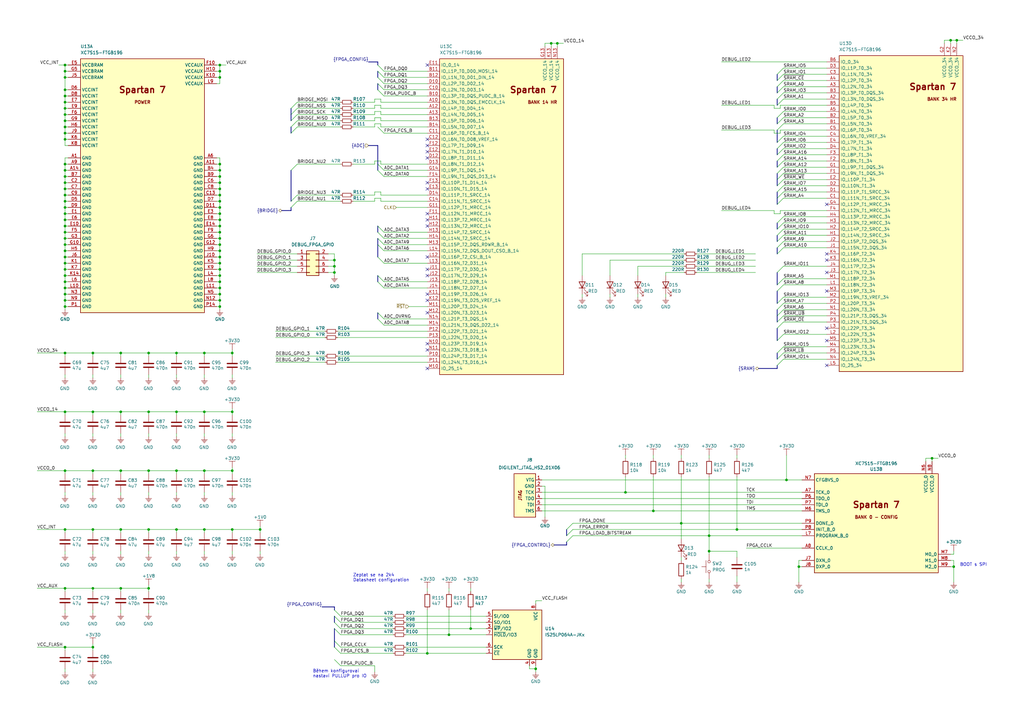
<source format=kicad_sch>
(kicad_sch (version 20200512) (host eeschema "5.99.0-unknown-d72a778~101~ubuntu18.04.1")
  (page 1 8)
  (paper "A3")
  (title_block (title "Digitizer 10b 105 MSPS with FPGA") (date "2020-03-09") (rev "1.0") (company "Jan Vykydal"))
  (bus_alias "BRIDGE" (members "BRIDGE_MOSI" "BRIDGE_MISO" "BRIDGE_SCK" "BRIDGE_NSS" "BRIDGE_NU[0..3]"))
  (bus_alias "FPGA_CONTROL" (members "FPGA_DONE" "FPGA_ERROR" "FPGA_LOAD_BITSTREAM"))
  (bus_alias "FPGA_CONFIG" (members "FPGA_DQ[0..3]" "FPGA_CCLK" "FPGA_FCS_B" "FPGA_PUDC_B"))
  (junction (at 26.67 26.67))
  (junction (at 26.67 29.21))
  (junction (at 26.67 31.75))
  (junction (at 26.67 36.83))
  (junction (at 26.67 39.37))
  (junction (at 26.67 41.91))
  (junction (at 26.67 44.45))
  (junction (at 26.67 46.99))
  (junction (at 26.67 49.53))
  (junction (at 26.67 52.07))
  (junction (at 26.67 54.61))
  (junction (at 26.67 57.15))
  (junction (at 26.67 67.31))
  (junction (at 26.67 69.85))
  (junction (at 26.67 72.39))
  (junction (at 26.67 74.93))
  (junction (at 26.67 77.47))
  (junction (at 26.67 80.01))
  (junction (at 26.67 82.55))
  (junction (at 26.67 85.09))
  (junction (at 26.67 87.63))
  (junction (at 26.67 90.17))
  (junction (at 26.67 92.71))
  (junction (at 26.67 95.25))
  (junction (at 26.67 97.79))
  (junction (at 26.67 100.33))
  (junction (at 26.67 102.87))
  (junction (at 26.67 105.41))
  (junction (at 26.67 107.95))
  (junction (at 26.67 110.49))
  (junction (at 26.67 113.03))
  (junction (at 26.67 115.57))
  (junction (at 26.67 118.11))
  (junction (at 26.67 120.65))
  (junction (at 26.67 123.19))
  (junction (at 26.67 125.73))
  (junction (at 26.67 144.78))
  (junction (at 26.67 168.91))
  (junction (at 26.67 193.04))
  (junction (at 26.67 217.17))
  (junction (at 26.67 241.3))
  (junction (at 26.67 265.43))
  (junction (at 38.1 144.78))
  (junction (at 38.1 168.91))
  (junction (at 38.1 193.04))
  (junction (at 38.1 217.17))
  (junction (at 38.1 241.3))
  (junction (at 38.1 265.43))
  (junction (at 49.53 144.78))
  (junction (at 49.53 168.91))
  (junction (at 49.53 193.04))
  (junction (at 49.53 217.17))
  (junction (at 49.53 241.3))
  (junction (at 60.96 144.78))
  (junction (at 60.96 168.91))
  (junction (at 60.96 193.04))
  (junction (at 60.96 217.17))
  (junction (at 60.96 241.3))
  (junction (at 72.39 144.78))
  (junction (at 72.39 168.91))
  (junction (at 72.39 193.04))
  (junction (at 72.39 217.17))
  (junction (at 83.82 144.78))
  (junction (at 83.82 168.91))
  (junction (at 83.82 193.04))
  (junction (at 83.82 217.17))
  (junction (at 90.17 26.67))
  (junction (at 90.17 29.21))
  (junction (at 90.17 31.75))
  (junction (at 90.17 67.31))
  (junction (at 90.17 69.85))
  (junction (at 90.17 72.39))
  (junction (at 90.17 74.93))
  (junction (at 90.17 77.47))
  (junction (at 90.17 80.01))
  (junction (at 90.17 82.55))
  (junction (at 90.17 85.09))
  (junction (at 90.17 87.63))
  (junction (at 90.17 90.17))
  (junction (at 90.17 92.71))
  (junction (at 90.17 95.25))
  (junction (at 90.17 97.79))
  (junction (at 90.17 100.33))
  (junction (at 90.17 102.87))
  (junction (at 90.17 105.41))
  (junction (at 90.17 107.95))
  (junction (at 90.17 110.49))
  (junction (at 90.17 113.03))
  (junction (at 90.17 115.57))
  (junction (at 90.17 118.11))
  (junction (at 90.17 120.65))
  (junction (at 90.17 123.19))
  (junction (at 90.17 125.73))
  (junction (at 95.25 144.78))
  (junction (at 95.25 168.91))
  (junction (at 95.25 193.04))
  (junction (at 95.25 217.17))
  (junction (at 106.68 217.17))
  (junction (at 137.16 106.68))
  (junction (at 137.16 109.22))
  (junction (at 137.16 111.76))
  (junction (at 175.26 267.97))
  (junction (at 184.15 260.35))
  (junction (at 193.04 257.81))
  (junction (at 219.71 274.32))
  (junction (at 226.06 17.78))
  (junction (at 228.6 17.78))
  (junction (at 256.54 201.93))
  (junction (at 267.97 209.55))
  (junction (at 279.4 214.63))
  (junction (at 290.83 219.71))
  (junction (at 290.83 226.06))
  (junction (at 302.26 217.17))
  (junction (at 322.58 196.85))
  (junction (at 327.66 232.41))
  (junction (at 382.27 187.96))
  (junction (at 389.89 16.51))
  (junction (at 391.16 232.41))
  (junction (at 392.43 16.51))
  (no_connect (at 175.26 87.63))
  (no_connect (at 175.26 77.47))
  (no_connect (at 175.26 92.71))
  (no_connect (at 175.26 151.13))
  (no_connect (at 175.26 90.17))
  (no_connect (at 175.26 57.15))
  (no_connect (at 175.26 110.49))
  (no_connect (at 339.09 111.76))
  (no_connect (at 339.09 134.62))
  (no_connect (at 175.26 128.27))
  (no_connect (at 175.26 120.65))
  (no_connect (at 175.26 62.23))
  (no_connect (at 175.26 64.77))
  (no_connect (at 175.26 143.51))
  (no_connect (at 339.09 106.68))
  (no_connect (at 175.26 59.69))
  (no_connect (at 175.26 26.67))
  (no_connect (at 175.26 113.03))
  (no_connect (at 339.09 83.82))
  (no_connect (at 175.26 105.41))
  (no_connect (at 339.09 149.86))
  (no_connect (at 339.09 104.14))
  (no_connect (at 175.26 140.97))
  (no_connect (at 175.26 74.93))
  (no_connect (at 175.26 123.19))
  (no_connect (at 339.09 119.38))
  (no_connect (at 339.09 139.7))
  (bus_entry (at 119.38 44.45) (size 2.54 -2.54))
  (bus_entry (at 119.38 46.99) (size 2.54 -2.54))
  (bus_entry (at 119.38 49.53) (size 2.54 -2.54))
  (bus_entry (at 119.38 52.07) (size 2.54 -2.54))
  (bus_entry (at 119.38 54.61) (size 2.54 -2.54))
  (bus_entry (at 119.38 69.85) (size 2.54 -2.54))
  (bus_entry (at 119.38 82.55) (size 2.54 -2.54))
  (bus_entry (at 119.38 85.09) (size 2.54 -2.54))
  (bus_entry (at 137.16 270.51) (size 2.54 2.54))
  (bus_entry (at 139.7 252.73) (size -2.54 -2.54))
  (bus_entry (at 139.7 255.27) (size -2.54 -2.54))
  (bus_entry (at 139.7 257.81) (size -2.54 -2.54))
  (bus_entry (at 139.7 260.35) (size -2.54 -2.54))
  (bus_entry (at 139.7 265.43) (size -2.54 -2.54))
  (bus_entry (at 139.7 267.97) (size -2.54 -2.54))
  (bus_entry (at 157.48 29.21) (size -2.54 -2.54))
  (bus_entry (at 157.48 31.75) (size -2.54 -2.54))
  (bus_entry (at 157.48 34.29) (size -2.54 -2.54))
  (bus_entry (at 157.48 36.83) (size -2.54 -2.54))
  (bus_entry (at 157.48 39.37) (size -2.54 -2.54))
  (bus_entry (at 157.48 54.61) (size -2.54 -2.54))
  (bus_entry (at 157.48 69.85) (size -2.54 -2.54))
  (bus_entry (at 157.48 72.39) (size -2.54 -2.54))
  (bus_entry (at 157.48 95.25) (size -2.54 -2.54))
  (bus_entry (at 157.48 97.79) (size -2.54 -2.54))
  (bus_entry (at 157.48 100.33) (size -2.54 -2.54))
  (bus_entry (at 157.48 102.87) (size -2.54 -2.54))
  (bus_entry (at 157.48 107.95) (size -2.54 -2.54))
  (bus_entry (at 157.48 115.57) (size -2.54 -2.54))
  (bus_entry (at 157.48 118.11) (size -2.54 -2.54))
  (bus_entry (at 157.48 130.81) (size -2.54 -2.54))
  (bus_entry (at 157.48 133.35) (size -2.54 -2.54))
  (bus_entry (at 232.41 217.17) (size 2.54 -2.54))
  (bus_entry (at 232.41 219.71) (size 2.54 -2.54))
  (bus_entry (at 232.41 222.25) (size 2.54 -2.54))
  (bus_entry (at 318.77 30.48) (size 2.54 -2.54))
  (bus_entry (at 318.77 33.02) (size 2.54 -2.54))
  (bus_entry (at 318.77 35.56) (size 2.54 -2.54))
  (bus_entry (at 318.77 38.1) (size 2.54 -2.54))
  (bus_entry (at 318.77 40.64) (size 2.54 -2.54))
  (bus_entry (at 318.77 43.18) (size 2.54 -2.54))
  (bus_entry (at 318.77 48.26) (size 2.54 -2.54))
  (bus_entry (at 318.77 50.8) (size 2.54 -2.54))
  (bus_entry (at 318.77 53.34) (size 2.54 -2.54))
  (bus_entry (at 318.77 58.42) (size 2.54 -2.54))
  (bus_entry (at 318.77 60.96) (size 2.54 -2.54))
  (bus_entry (at 318.77 63.5) (size 2.54 -2.54))
  (bus_entry (at 318.77 66.04) (size 2.54 -2.54))
  (bus_entry (at 318.77 68.58) (size 2.54 -2.54))
  (bus_entry (at 318.77 71.12) (size 2.54 -2.54))
  (bus_entry (at 318.77 73.66) (size 2.54 -2.54))
  (bus_entry (at 318.77 76.2) (size 2.54 -2.54))
  (bus_entry (at 318.77 78.74) (size 2.54 -2.54))
  (bus_entry (at 318.77 81.28) (size 2.54 -2.54))
  (bus_entry (at 318.77 83.82) (size 2.54 -2.54))
  (bus_entry (at 318.77 91.44) (size 2.54 -2.54))
  (bus_entry (at 318.77 93.98) (size 2.54 -2.54))
  (bus_entry (at 318.77 96.52) (size 2.54 -2.54))
  (bus_entry (at 318.77 99.06) (size 2.54 -2.54))
  (bus_entry (at 318.77 101.6) (size 2.54 -2.54))
  (bus_entry (at 318.77 104.14) (size 2.54 -2.54))
  (bus_entry (at 318.77 111.76) (size 2.54 -2.54))
  (bus_entry (at 318.77 116.84) (size 2.54 -2.54))
  (bus_entry (at 318.77 119.38) (size 2.54 -2.54))
  (bus_entry (at 318.77 124.46) (size 2.54 -2.54))
  (bus_entry (at 318.77 127) (size 2.54 -2.54))
  (bus_entry (at 318.77 129.54) (size 2.54 -2.54))
  (bus_entry (at 318.77 132.08) (size 2.54 -2.54))
  (bus_entry (at 318.77 134.62) (size 2.54 -2.54))
  (bus_entry (at 318.77 139.7) (size 2.54 -2.54))
  (bus_entry (at 318.77 144.78) (size 2.54 -2.54))
  (bus_entry (at 318.77 147.32) (size 2.54 -2.54))
  (bus_entry (at 318.77 149.86) (size 2.54 -2.54))
  (wire (pts (xy 15.24 144.78) (xy 26.67 144.78)))
  (wire (pts (xy 15.24 168.91) (xy 26.67 168.91)))
  (wire (pts (xy 15.24 193.04) (xy 26.67 193.04)))
  (wire (pts (xy 15.24 217.17) (xy 26.67 217.17)))
  (wire (pts (xy 15.24 241.3) (xy 26.67 241.3)))
  (wire (pts (xy 15.24 265.43) (xy 26.67 265.43)))
  (wire (pts (xy 24.13 26.67) (xy 26.67 26.67)))
  (wire (pts (xy 26.67 26.67) (xy 26.67 29.21)))
  (wire (pts (xy 26.67 26.67) (xy 27.94 26.67)))
  (wire (pts (xy 26.67 29.21) (xy 26.67 31.75)))
  (wire (pts (xy 26.67 29.21) (xy 27.94 29.21)))
  (wire (pts (xy 26.67 31.75) (xy 26.67 36.83)))
  (wire (pts (xy 26.67 31.75) (xy 27.94 31.75)))
  (wire (pts (xy 26.67 36.83) (xy 26.67 39.37)))
  (wire (pts (xy 26.67 36.83) (xy 27.94 36.83)))
  (wire (pts (xy 26.67 39.37) (xy 26.67 41.91)))
  (wire (pts (xy 26.67 39.37) (xy 27.94 39.37)))
  (wire (pts (xy 26.67 41.91) (xy 26.67 44.45)))
  (wire (pts (xy 26.67 41.91) (xy 27.94 41.91)))
  (wire (pts (xy 26.67 44.45) (xy 26.67 46.99)))
  (wire (pts (xy 26.67 44.45) (xy 27.94 44.45)))
  (wire (pts (xy 26.67 46.99) (xy 26.67 49.53)))
  (wire (pts (xy 26.67 46.99) (xy 27.94 46.99)))
  (wire (pts (xy 26.67 49.53) (xy 26.67 52.07)))
  (wire (pts (xy 26.67 49.53) (xy 27.94 49.53)))
  (wire (pts (xy 26.67 52.07) (xy 26.67 54.61)))
  (wire (pts (xy 26.67 52.07) (xy 27.94 52.07)))
  (wire (pts (xy 26.67 54.61) (xy 26.67 57.15)))
  (wire (pts (xy 26.67 54.61) (xy 27.94 54.61)))
  (wire (pts (xy 26.67 57.15) (xy 26.67 59.69)))
  (wire (pts (xy 26.67 57.15) (xy 27.94 57.15)))
  (wire (pts (xy 26.67 59.69) (xy 27.94 59.69)))
  (wire (pts (xy 26.67 64.77) (xy 26.67 67.31)))
  (wire (pts (xy 26.67 67.31) (xy 26.67 69.85)))
  (wire (pts (xy 26.67 67.31) (xy 27.94 67.31)))
  (wire (pts (xy 26.67 69.85) (xy 26.67 72.39)))
  (wire (pts (xy 26.67 69.85) (xy 27.94 69.85)))
  (wire (pts (xy 26.67 72.39) (xy 26.67 74.93)))
  (wire (pts (xy 26.67 72.39) (xy 27.94 72.39)))
  (wire (pts (xy 26.67 74.93) (xy 26.67 77.47)))
  (wire (pts (xy 26.67 74.93) (xy 27.94 74.93)))
  (wire (pts (xy 26.67 77.47) (xy 26.67 80.01)))
  (wire (pts (xy 26.67 77.47) (xy 27.94 77.47)))
  (wire (pts (xy 26.67 80.01) (xy 26.67 82.55)))
  (wire (pts (xy 26.67 80.01) (xy 27.94 80.01)))
  (wire (pts (xy 26.67 82.55) (xy 26.67 85.09)))
  (wire (pts (xy 26.67 82.55) (xy 27.94 82.55)))
  (wire (pts (xy 26.67 85.09) (xy 26.67 87.63)))
  (wire (pts (xy 26.67 85.09) (xy 27.94 85.09)))
  (wire (pts (xy 26.67 87.63) (xy 26.67 90.17)))
  (wire (pts (xy 26.67 87.63) (xy 27.94 87.63)))
  (wire (pts (xy 26.67 90.17) (xy 26.67 92.71)))
  (wire (pts (xy 26.67 90.17) (xy 27.94 90.17)))
  (wire (pts (xy 26.67 92.71) (xy 26.67 95.25)))
  (wire (pts (xy 26.67 92.71) (xy 27.94 92.71)))
  (wire (pts (xy 26.67 95.25) (xy 26.67 97.79)))
  (wire (pts (xy 26.67 95.25) (xy 27.94 95.25)))
  (wire (pts (xy 26.67 97.79) (xy 26.67 100.33)))
  (wire (pts (xy 26.67 97.79) (xy 27.94 97.79)))
  (wire (pts (xy 26.67 100.33) (xy 26.67 102.87)))
  (wire (pts (xy 26.67 100.33) (xy 27.94 100.33)))
  (wire (pts (xy 26.67 102.87) (xy 26.67 105.41)))
  (wire (pts (xy 26.67 102.87) (xy 27.94 102.87)))
  (wire (pts (xy 26.67 105.41) (xy 26.67 107.95)))
  (wire (pts (xy 26.67 105.41) (xy 27.94 105.41)))
  (wire (pts (xy 26.67 107.95) (xy 26.67 110.49)))
  (wire (pts (xy 26.67 107.95) (xy 27.94 107.95)))
  (wire (pts (xy 26.67 110.49) (xy 26.67 113.03)))
  (wire (pts (xy 26.67 110.49) (xy 27.94 110.49)))
  (wire (pts (xy 26.67 113.03) (xy 26.67 115.57)))
  (wire (pts (xy 26.67 113.03) (xy 27.94 113.03)))
  (wire (pts (xy 26.67 115.57) (xy 26.67 118.11)))
  (wire (pts (xy 26.67 115.57) (xy 27.94 115.57)))
  (wire (pts (xy 26.67 118.11) (xy 26.67 120.65)))
  (wire (pts (xy 26.67 118.11) (xy 27.94 118.11)))
  (wire (pts (xy 26.67 120.65) (xy 26.67 123.19)))
  (wire (pts (xy 26.67 120.65) (xy 27.94 120.65)))
  (wire (pts (xy 26.67 123.19) (xy 26.67 125.73)))
  (wire (pts (xy 26.67 123.19) (xy 27.94 123.19)))
  (wire (pts (xy 26.67 125.73) (xy 26.67 127)))
  (wire (pts (xy 26.67 125.73) (xy 27.94 125.73)))
  (wire (pts (xy 26.67 144.78) (xy 26.67 146.05)))
  (wire (pts (xy 26.67 144.78) (xy 38.1 144.78)))
  (wire (pts (xy 26.67 153.67) (xy 26.67 154.94)))
  (wire (pts (xy 26.67 168.91) (xy 26.67 170.18)))
  (wire (pts (xy 26.67 168.91) (xy 38.1 168.91)))
  (wire (pts (xy 26.67 177.8) (xy 26.67 179.07)))
  (wire (pts (xy 26.67 193.04) (xy 26.67 194.31)))
  (wire (pts (xy 26.67 193.04) (xy 38.1 193.04)))
  (wire (pts (xy 26.67 201.93) (xy 26.67 203.2)))
  (wire (pts (xy 26.67 217.17) (xy 26.67 218.44)))
  (wire (pts (xy 26.67 217.17) (xy 38.1 217.17)))
  (wire (pts (xy 26.67 226.06) (xy 26.67 227.33)))
  (wire (pts (xy 26.67 241.3) (xy 26.67 242.57)))
  (wire (pts (xy 26.67 241.3) (xy 38.1 241.3)))
  (wire (pts (xy 26.67 250.19) (xy 26.67 251.46)))
  (wire (pts (xy 26.67 265.43) (xy 26.67 266.7)))
  (wire (pts (xy 26.67 265.43) (xy 38.1 265.43)))
  (wire (pts (xy 26.67 274.32) (xy 26.67 275.59)))
  (wire (pts (xy 27.94 64.77) (xy 26.67 64.77)))
  (wire (pts (xy 38.1 144.78) (xy 38.1 146.05)))
  (wire (pts (xy 38.1 144.78) (xy 49.53 144.78)))
  (wire (pts (xy 38.1 153.67) (xy 38.1 154.94)))
  (wire (pts (xy 38.1 168.91) (xy 38.1 170.18)))
  (wire (pts (xy 38.1 168.91) (xy 49.53 168.91)))
  (wire (pts (xy 38.1 177.8) (xy 38.1 179.07)))
  (wire (pts (xy 38.1 193.04) (xy 38.1 194.31)))
  (wire (pts (xy 38.1 193.04) (xy 49.53 193.04)))
  (wire (pts (xy 38.1 201.93) (xy 38.1 203.2)))
  (wire (pts (xy 38.1 217.17) (xy 38.1 218.44)))
  (wire (pts (xy 38.1 217.17) (xy 49.53 217.17)))
  (wire (pts (xy 38.1 226.06) (xy 38.1 227.33)))
  (wire (pts (xy 38.1 241.3) (xy 38.1 242.57)))
  (wire (pts (xy 38.1 241.3) (xy 49.53 241.3)))
  (wire (pts (xy 38.1 250.19) (xy 38.1 251.46)))
  (wire (pts (xy 38.1 264.16) (xy 38.1 265.43)))
  (wire (pts (xy 38.1 265.43) (xy 38.1 266.7)))
  (wire (pts (xy 38.1 274.32) (xy 38.1 275.59)))
  (wire (pts (xy 49.53 144.78) (xy 49.53 146.05)))
  (wire (pts (xy 49.53 144.78) (xy 60.96 144.78)))
  (wire (pts (xy 49.53 153.67) (xy 49.53 154.94)))
  (wire (pts (xy 49.53 168.91) (xy 49.53 170.18)))
  (wire (pts (xy 49.53 168.91) (xy 60.96 168.91)))
  (wire (pts (xy 49.53 177.8) (xy 49.53 179.07)))
  (wire (pts (xy 49.53 193.04) (xy 49.53 194.31)))
  (wire (pts (xy 49.53 193.04) (xy 60.96 193.04)))
  (wire (pts (xy 49.53 201.93) (xy 49.53 203.2)))
  (wire (pts (xy 49.53 217.17) (xy 49.53 218.44)))
  (wire (pts (xy 49.53 217.17) (xy 60.96 217.17)))
  (wire (pts (xy 49.53 226.06) (xy 49.53 227.33)))
  (wire (pts (xy 49.53 241.3) (xy 49.53 242.57)))
  (wire (pts (xy 49.53 241.3) (xy 60.96 241.3)))
  (wire (pts (xy 49.53 250.19) (xy 49.53 251.46)))
  (wire (pts (xy 60.96 144.78) (xy 60.96 146.05)))
  (wire (pts (xy 60.96 144.78) (xy 72.39 144.78)))
  (wire (pts (xy 60.96 153.67) (xy 60.96 154.94)))
  (wire (pts (xy 60.96 168.91) (xy 60.96 170.18)))
  (wire (pts (xy 60.96 168.91) (xy 72.39 168.91)))
  (wire (pts (xy 60.96 177.8) (xy 60.96 179.07)))
  (wire (pts (xy 60.96 193.04) (xy 60.96 194.31)))
  (wire (pts (xy 60.96 193.04) (xy 72.39 193.04)))
  (wire (pts (xy 60.96 201.93) (xy 60.96 203.2)))
  (wire (pts (xy 60.96 217.17) (xy 60.96 218.44)))
  (wire (pts (xy 60.96 217.17) (xy 72.39 217.17)))
  (wire (pts (xy 60.96 226.06) (xy 60.96 227.33)))
  (wire (pts (xy 60.96 240.03) (xy 60.96 241.3)))
  (wire (pts (xy 60.96 241.3) (xy 60.96 242.57)))
  (wire (pts (xy 60.96 250.19) (xy 60.96 251.46)))
  (wire (pts (xy 72.39 144.78) (xy 72.39 146.05)))
  (wire (pts (xy 72.39 144.78) (xy 83.82 144.78)))
  (wire (pts (xy 72.39 153.67) (xy 72.39 154.94)))
  (wire (pts (xy 72.39 168.91) (xy 72.39 170.18)))
  (wire (pts (xy 72.39 168.91) (xy 83.82 168.91)))
  (wire (pts (xy 72.39 177.8) (xy 72.39 179.07)))
  (wire (pts (xy 72.39 193.04) (xy 72.39 194.31)))
  (wire (pts (xy 72.39 193.04) (xy 83.82 193.04)))
  (wire (pts (xy 72.39 201.93) (xy 72.39 203.2)))
  (wire (pts (xy 72.39 217.17) (xy 72.39 218.44)))
  (wire (pts (xy 72.39 217.17) (xy 83.82 217.17)))
  (wire (pts (xy 72.39 226.06) (xy 72.39 227.33)))
  (wire (pts (xy 83.82 144.78) (xy 83.82 146.05)))
  (wire (pts (xy 83.82 144.78) (xy 95.25 144.78)))
  (wire (pts (xy 83.82 153.67) (xy 83.82 154.94)))
  (wire (pts (xy 83.82 168.91) (xy 83.82 170.18)))
  (wire (pts (xy 83.82 168.91) (xy 95.25 168.91)))
  (wire (pts (xy 83.82 177.8) (xy 83.82 179.07)))
  (wire (pts (xy 83.82 193.04) (xy 83.82 194.31)))
  (wire (pts (xy 83.82 193.04) (xy 95.25 193.04)))
  (wire (pts (xy 83.82 201.93) (xy 83.82 203.2)))
  (wire (pts (xy 83.82 217.17) (xy 83.82 218.44)))
  (wire (pts (xy 83.82 217.17) (xy 95.25 217.17)))
  (wire (pts (xy 83.82 226.06) (xy 83.82 227.33)))
  (wire (pts (xy 88.9 26.67) (xy 90.17 26.67)))
  (wire (pts (xy 88.9 29.21) (xy 90.17 29.21)))
  (wire (pts (xy 88.9 31.75) (xy 90.17 31.75)))
  (wire (pts (xy 88.9 34.29) (xy 90.17 34.29)))
  (wire (pts (xy 88.9 64.77) (xy 90.17 64.77)))
  (wire (pts (xy 88.9 67.31) (xy 90.17 67.31)))
  (wire (pts (xy 88.9 69.85) (xy 90.17 69.85)))
  (wire (pts (xy 88.9 72.39) (xy 90.17 72.39)))
  (wire (pts (xy 88.9 74.93) (xy 90.17 74.93)))
  (wire (pts (xy 88.9 77.47) (xy 90.17 77.47)))
  (wire (pts (xy 88.9 80.01) (xy 90.17 80.01)))
  (wire (pts (xy 88.9 82.55) (xy 90.17 82.55)))
  (wire (pts (xy 88.9 85.09) (xy 90.17 85.09)))
  (wire (pts (xy 88.9 87.63) (xy 90.17 87.63)))
  (wire (pts (xy 88.9 90.17) (xy 90.17 90.17)))
  (wire (pts (xy 88.9 92.71) (xy 90.17 92.71)))
  (wire (pts (xy 88.9 95.25) (xy 90.17 95.25)))
  (wire (pts (xy 88.9 97.79) (xy 90.17 97.79)))
  (wire (pts (xy 88.9 100.33) (xy 90.17 100.33)))
  (wire (pts (xy 88.9 102.87) (xy 90.17 102.87)))
  (wire (pts (xy 88.9 105.41) (xy 90.17 105.41)))
  (wire (pts (xy 88.9 107.95) (xy 90.17 107.95)))
  (wire (pts (xy 88.9 110.49) (xy 90.17 110.49)))
  (wire (pts (xy 88.9 113.03) (xy 90.17 113.03)))
  (wire (pts (xy 88.9 115.57) (xy 90.17 115.57)))
  (wire (pts (xy 88.9 118.11) (xy 90.17 118.11)))
  (wire (pts (xy 88.9 120.65) (xy 90.17 120.65)))
  (wire (pts (xy 88.9 123.19) (xy 90.17 123.19)))
  (wire (pts (xy 88.9 125.73) (xy 90.17 125.73)))
  (wire (pts (xy 90.17 26.67) (xy 90.17 29.21)))
  (wire (pts (xy 90.17 26.67) (xy 92.71 26.67)))
  (wire (pts (xy 90.17 29.21) (xy 90.17 31.75)))
  (wire (pts (xy 90.17 31.75) (xy 90.17 34.29)))
  (wire (pts (xy 90.17 64.77) (xy 90.17 67.31)))
  (wire (pts (xy 90.17 67.31) (xy 90.17 69.85)))
  (wire (pts (xy 90.17 69.85) (xy 90.17 72.39)))
  (wire (pts (xy 90.17 72.39) (xy 90.17 74.93)))
  (wire (pts (xy 90.17 74.93) (xy 90.17 77.47)))
  (wire (pts (xy 90.17 77.47) (xy 90.17 80.01)))
  (wire (pts (xy 90.17 80.01) (xy 90.17 82.55)))
  (wire (pts (xy 90.17 82.55) (xy 90.17 85.09)))
  (wire (pts (xy 90.17 85.09) (xy 90.17 87.63)))
  (wire (pts (xy 90.17 87.63) (xy 90.17 90.17)))
  (wire (pts (xy 90.17 90.17) (xy 90.17 92.71)))
  (wire (pts (xy 90.17 92.71) (xy 90.17 95.25)))
  (wire (pts (xy 90.17 95.25) (xy 90.17 97.79)))
  (wire (pts (xy 90.17 97.79) (xy 90.17 100.33)))
  (wire (pts (xy 90.17 100.33) (xy 90.17 102.87)))
  (wire (pts (xy 90.17 102.87) (xy 90.17 105.41)))
  (wire (pts (xy 90.17 105.41) (xy 90.17 107.95)))
  (wire (pts (xy 90.17 107.95) (xy 90.17 110.49)))
  (wire (pts (xy 90.17 110.49) (xy 90.17 113.03)))
  (wire (pts (xy 90.17 113.03) (xy 90.17 115.57)))
  (wire (pts (xy 90.17 115.57) (xy 90.17 118.11)))
  (wire (pts (xy 90.17 118.11) (xy 90.17 120.65)))
  (wire (pts (xy 90.17 120.65) (xy 90.17 123.19)))
  (wire (pts (xy 90.17 123.19) (xy 90.17 125.73)))
  (wire (pts (xy 90.17 125.73) (xy 90.17 127)))
  (wire (pts (xy 95.25 143.51) (xy 95.25 144.78)))
  (wire (pts (xy 95.25 144.78) (xy 95.25 146.05)))
  (wire (pts (xy 95.25 153.67) (xy 95.25 154.94)))
  (wire (pts (xy 95.25 167.64) (xy 95.25 168.91)))
  (wire (pts (xy 95.25 168.91) (xy 95.25 170.18)))
  (wire (pts (xy 95.25 177.8) (xy 95.25 179.07)))
  (wire (pts (xy 95.25 191.77) (xy 95.25 193.04)))
  (wire (pts (xy 95.25 193.04) (xy 95.25 194.31)))
  (wire (pts (xy 95.25 201.93) (xy 95.25 203.2)))
  (wire (pts (xy 95.25 217.17) (xy 95.25 218.44)))
  (wire (pts (xy 95.25 217.17) (xy 106.68 217.17)))
  (wire (pts (xy 95.25 226.06) (xy 95.25 227.33)))
  (wire (pts (xy 105.41 104.14) (xy 121.92 104.14)))
  (wire (pts (xy 105.41 106.68) (xy 121.92 106.68)))
  (wire (pts (xy 105.41 109.22) (xy 121.92 109.22)))
  (wire (pts (xy 105.41 111.76) (xy 121.92 111.76)))
  (wire (pts (xy 106.68 215.9) (xy 106.68 217.17)))
  (wire (pts (xy 106.68 217.17) (xy 106.68 218.44)))
  (wire (pts (xy 106.68 226.06) (xy 106.68 227.33)))
  (wire (pts (xy 113.03 135.89) (xy 133.35 135.89)))
  (wire (pts (xy 113.03 138.43) (xy 133.35 138.43)))
  (wire (pts (xy 113.03 146.05) (xy 133.35 146.05)))
  (wire (pts (xy 113.03 148.59) (xy 133.35 148.59)))
  (wire (pts (xy 121.92 41.91) (xy 139.7 41.91)))
  (wire (pts (xy 121.92 44.45) (xy 139.7 44.45)))
  (wire (pts (xy 121.92 46.99) (xy 139.7 46.99)))
  (wire (pts (xy 121.92 49.53) (xy 139.7 49.53)))
  (wire (pts (xy 121.92 52.07) (xy 139.7 52.07)))
  (wire (pts (xy 121.92 67.31) (xy 139.7 67.31)))
  (wire (pts (xy 121.92 80.01) (xy 139.7 80.01)))
  (wire (pts (xy 121.92 82.55) (xy 139.7 82.55)))
  (wire (pts (xy 134.62 104.14) (xy 137.16 104.14)))
  (wire (pts (xy 134.62 106.68) (xy 137.16 106.68)))
  (wire (pts (xy 134.62 109.22) (xy 137.16 109.22)))
  (wire (pts (xy 134.62 111.76) (xy 137.16 111.76)))
  (wire (pts (xy 137.16 104.14) (xy 137.16 106.68)))
  (wire (pts (xy 137.16 106.68) (xy 137.16 109.22)))
  (wire (pts (xy 137.16 109.22) (xy 137.16 111.76)))
  (wire (pts (xy 137.16 111.76) (xy 137.16 113.03)))
  (wire (pts (xy 138.43 135.89) (xy 175.26 135.89)))
  (wire (pts (xy 138.43 138.43) (xy 175.26 138.43)))
  (wire (pts (xy 138.43 146.05) (xy 175.26 146.05)))
  (wire (pts (xy 138.43 148.59) (xy 175.26 148.59)))
  (wire (pts (xy 139.7 252.73) (xy 161.29 252.73)))
  (wire (pts (xy 139.7 255.27) (xy 161.29 255.27)))
  (wire (pts (xy 139.7 257.81) (xy 161.29 257.81)))
  (wire (pts (xy 139.7 260.35) (xy 161.29 260.35)))
  (wire (pts (xy 139.7 265.43) (xy 161.29 265.43)))
  (wire (pts (xy 139.7 267.97) (xy 161.29 267.97)))
  (wire (pts (xy 144.78 41.91) (xy 153.67 41.91)))
  (wire (pts (xy 144.78 44.45) (xy 153.67 44.45)))
  (wire (pts (xy 144.78 46.99) (xy 153.67 46.99)))
  (wire (pts (xy 144.78 49.53) (xy 153.67 49.53)))
  (wire (pts (xy 144.78 52.07) (xy 153.67 52.07)))
  (wire (pts (xy 144.78 67.31) (xy 153.67 67.31)))
  (wire (pts (xy 144.78 80.01) (xy 153.67 80.01)))
  (wire (pts (xy 144.78 82.55) (xy 153.67 82.55)))
  (wire (pts (xy 153.67 40.64) (xy 156.21 40.64)))
  (wire (pts (xy 153.67 41.91) (xy 153.67 40.64)))
  (wire (pts (xy 153.67 43.18) (xy 153.67 44.45)))
  (wire (pts (xy 153.67 43.18) (xy 156.21 43.18)))
  (wire (pts (xy 153.67 45.72) (xy 153.67 46.99)))
  (wire (pts (xy 153.67 45.72) (xy 156.21 45.72)))
  (wire (pts (xy 153.67 48.26) (xy 153.67 49.53)))
  (wire (pts (xy 153.67 50.8) (xy 153.67 52.07)))
  (wire (pts (xy 153.67 50.8) (xy 156.21 50.8)))
  (wire (pts (xy 153.67 66.04) (xy 156.21 66.04)))
  (wire (pts (xy 153.67 67.31) (xy 153.67 66.04)))
  (wire (pts (xy 153.67 78.74) (xy 156.21 78.74)))
  (wire (pts (xy 153.67 80.01) (xy 153.67 78.74)))
  (wire (pts (xy 153.67 81.28) (xy 153.67 82.55)))
  (wire (pts (xy 153.67 81.28) (xy 156.21 81.28)))
  (wire (pts (xy 153.67 273.05) (xy 139.7 273.05)))
  (wire (pts (xy 153.67 275.59) (xy 153.67 273.05)))
  (wire (pts (xy 156.21 40.64) (xy 156.21 41.91)))
  (wire (pts (xy 156.21 41.91) (xy 175.26 41.91)))
  (wire (pts (xy 156.21 43.18) (xy 156.21 44.45)))
  (wire (pts (xy 156.21 44.45) (xy 175.26 44.45)))
  (wire (pts (xy 156.21 45.72) (xy 156.21 46.99)))
  (wire (pts (xy 156.21 46.99) (xy 175.26 46.99)))
  (wire (pts (xy 156.21 48.26) (xy 153.67 48.26)))
  (wire (pts (xy 156.21 48.26) (xy 156.21 49.53)))
  (wire (pts (xy 156.21 49.53) (xy 175.26 49.53)))
  (wire (pts (xy 156.21 50.8) (xy 156.21 52.07)))
  (wire (pts (xy 156.21 52.07) (xy 175.26 52.07)))
  (wire (pts (xy 156.21 66.04) (xy 156.21 67.31)))
  (wire (pts (xy 156.21 67.31) (xy 175.26 67.31)))
  (wire (pts (xy 156.21 78.74) (xy 156.21 80.01)))
  (wire (pts (xy 156.21 80.01) (xy 175.26 80.01)))
  (wire (pts (xy 156.21 81.28) (xy 156.21 82.55)))
  (wire (pts (xy 156.21 82.55) (xy 175.26 82.55)))
  (wire (pts (xy 157.48 29.21) (xy 175.26 29.21)))
  (wire (pts (xy 157.48 31.75) (xy 175.26 31.75)))
  (wire (pts (xy 157.48 34.29) (xy 175.26 34.29)))
  (wire (pts (xy 157.48 36.83) (xy 175.26 36.83)))
  (wire (pts (xy 157.48 39.37) (xy 175.26 39.37)))
  (wire (pts (xy 157.48 54.61) (xy 175.26 54.61)))
  (wire (pts (xy 157.48 69.85) (xy 175.26 69.85)))
  (wire (pts (xy 157.48 72.39) (xy 175.26 72.39)))
  (wire (pts (xy 157.48 95.25) (xy 175.26 95.25)))
  (wire (pts (xy 157.48 97.79) (xy 175.26 97.79)))
  (wire (pts (xy 157.48 100.33) (xy 175.26 100.33)))
  (wire (pts (xy 157.48 102.87) (xy 175.26 102.87)))
  (wire (pts (xy 157.48 107.95) (xy 175.26 107.95)))
  (wire (pts (xy 157.48 115.57) (xy 175.26 115.57)))
  (wire (pts (xy 157.48 118.11) (xy 175.26 118.11)))
  (wire (pts (xy 157.48 130.81) (xy 175.26 130.81)))
  (wire (pts (xy 157.48 133.35) (xy 175.26 133.35)))
  (wire (pts (xy 162.56 85.09) (xy 175.26 85.09)))
  (wire (pts (xy 166.37 252.73) (xy 199.39 252.73)))
  (wire (pts (xy 166.37 255.27) (xy 199.39 255.27)))
  (wire (pts (xy 166.37 257.81) (xy 193.04 257.81)))
  (wire (pts (xy 166.37 260.35) (xy 184.15 260.35)))
  (wire (pts (xy 166.37 265.43) (xy 199.39 265.43)))
  (wire (pts (xy 166.37 267.97) (xy 175.26 267.97)))
  (wire (pts (xy 167.64 125.73) (xy 175.26 125.73)))
  (wire (pts (xy 175.26 241.3) (xy 175.26 242.57)))
  (wire (pts (xy 175.26 250.19) (xy 175.26 267.97)))
  (wire (pts (xy 175.26 267.97) (xy 199.39 267.97)))
  (wire (pts (xy 184.15 241.3) (xy 184.15 242.57)))
  (wire (pts (xy 184.15 250.19) (xy 184.15 260.35)))
  (wire (pts (xy 184.15 260.35) (xy 199.39 260.35)))
  (wire (pts (xy 193.04 241.3) (xy 193.04 242.57)))
  (wire (pts (xy 193.04 250.19) (xy 193.04 257.81)))
  (wire (pts (xy 193.04 257.81) (xy 199.39 257.81)))
  (wire (pts (xy 217.17 274.32) (xy 217.17 273.05)))
  (wire (pts (xy 219.71 246.38) (xy 222.25 246.38)))
  (wire (pts (xy 219.71 247.65) (xy 219.71 246.38)))
  (wire (pts (xy 219.71 273.05) (xy 219.71 274.32)))
  (wire (pts (xy 219.71 274.32) (xy 217.17 274.32)))
  (wire (pts (xy 219.71 274.32) (xy 219.71 275.59)))
  (wire (pts (xy 222.25 196.85) (xy 322.58 196.85)))
  (wire (pts (xy 222.25 201.93) (xy 256.54 201.93)))
  (wire (pts (xy 222.25 204.47) (xy 328.93 204.47)))
  (wire (pts (xy 222.25 207.01) (xy 328.93 207.01)))
  (wire (pts (xy 222.25 209.55) (xy 267.97 209.55)))
  (wire (pts (xy 223.52 17.78) (xy 226.06 17.78)))
  (wire (pts (xy 223.52 19.05) (xy 223.52 17.78)))
  (wire (pts (xy 223.52 199.39) (xy 222.25 199.39)))
  (wire (pts (xy 223.52 212.09) (xy 223.52 199.39)))
  (wire (pts (xy 226.06 17.78) (xy 226.06 19.05)))
  (wire (pts (xy 228.6 17.78) (xy 226.06 17.78)))
  (wire (pts (xy 228.6 17.78) (xy 228.6 19.05)))
  (wire (pts (xy 228.6 17.78) (xy 231.14 17.78)))
  (wire (pts (xy 234.95 214.63) (xy 279.4 214.63)))
  (wire (pts (xy 234.95 217.17) (xy 302.26 217.17)))
  (wire (pts (xy 234.95 219.71) (xy 290.83 219.71)))
  (wire (pts (xy 238.76 104.14) (xy 238.76 113.03)))
  (wire (pts (xy 238.76 120.65) (xy 238.76 121.92)))
  (wire (pts (xy 250.19 106.68) (xy 250.19 113.03)))
  (wire (pts (xy 250.19 120.65) (xy 250.19 121.92)))
  (wire (pts (xy 256.54 186.69) (xy 256.54 187.96)))
  (wire (pts (xy 256.54 195.58) (xy 256.54 201.93)))
  (wire (pts (xy 256.54 201.93) (xy 328.93 201.93)))
  (wire (pts (xy 261.62 109.22) (xy 261.62 113.03)))
  (wire (pts (xy 261.62 120.65) (xy 261.62 121.92)))
  (wire (pts (xy 267.97 186.69) (xy 267.97 187.96)))
  (wire (pts (xy 267.97 195.58) (xy 267.97 209.55)))
  (wire (pts (xy 267.97 209.55) (xy 328.93 209.55)))
  (wire (pts (xy 273.05 111.76) (xy 273.05 113.03)))
  (wire (pts (xy 273.05 120.65) (xy 273.05 121.92)))
  (wire (pts (xy 279.4 186.69) (xy 279.4 187.96)))
  (wire (pts (xy 279.4 195.58) (xy 279.4 214.63)))
  (wire (pts (xy 279.4 214.63) (xy 279.4 220.98)))
  (wire (pts (xy 279.4 214.63) (xy 328.93 214.63)))
  (wire (pts (xy 279.4 228.6) (xy 279.4 229.87)))
  (wire (pts (xy 279.4 237.49) (xy 279.4 238.76)))
  (wire (pts (xy 280.67 104.14) (xy 238.76 104.14)))
  (wire (pts (xy 280.67 106.68) (xy 250.19 106.68)))
  (wire (pts (xy 280.67 109.22) (xy 261.62 109.22)))
  (wire (pts (xy 280.67 111.76) (xy 273.05 111.76)))
  (wire (pts (xy 290.83 186.69) (xy 290.83 187.96)))
  (wire (pts (xy 290.83 219.71) (xy 290.83 195.58)))
  (wire (pts (xy 290.83 219.71) (xy 290.83 226.06)))
  (wire (pts (xy 290.83 219.71) (xy 328.93 219.71)))
  (wire (pts (xy 290.83 226.06) (xy 290.83 227.33)))
  (wire (pts (xy 290.83 237.49) (xy 290.83 238.76)))
  (wire (pts (xy 295.91 25.4) (xy 339.09 25.4)))
  (wire (pts (xy 295.91 43.18) (xy 317.5 43.18)))
  (wire (pts (xy 295.91 53.34) (xy 317.5 53.34)))
  (wire (pts (xy 295.91 86.36) (xy 317.5 86.36)))
  (wire (pts (xy 302.26 187.96) (xy 302.26 186.69)))
  (wire (pts (xy 302.26 217.17) (xy 302.26 195.58)))
  (wire (pts (xy 302.26 217.17) (xy 328.93 217.17)))
  (wire (pts (xy 302.26 226.06) (xy 290.83 226.06)))
  (wire (pts (xy 302.26 228.6) (xy 302.26 226.06)))
  (wire (pts (xy 302.26 238.76) (xy 302.26 236.22)))
  (wire (pts (xy 306.07 224.79) (xy 328.93 224.79)))
  (wire (pts (xy 309.88 104.14) (xy 285.75 104.14)))
  (wire (pts (xy 309.88 106.68) (xy 285.75 106.68)))
  (wire (pts (xy 309.88 109.22) (xy 285.75 109.22)))
  (wire (pts (xy 309.88 111.76) (xy 285.75 111.76)))
  (wire (pts (xy 317.5 44.45) (xy 317.5 43.18)))
  (wire (pts (xy 317.5 44.45) (xy 320.04 44.45)))
  (wire (pts (xy 317.5 53.34) (xy 317.5 54.61)))
  (wire (pts (xy 317.5 54.61) (xy 320.04 54.61)))
  (wire (pts (xy 317.5 86.36) (xy 317.5 87.63)))
  (wire (pts (xy 317.5 87.63) (xy 320.04 87.63)))
  (wire (pts (xy 320.04 43.18) (xy 339.09 43.18)))
  (wire (pts (xy 320.04 44.45) (xy 320.04 43.18)))
  (wire (pts (xy 320.04 53.34) (xy 339.09 53.34)))
  (wire (pts (xy 320.04 54.61) (xy 320.04 53.34)))
  (wire (pts (xy 320.04 86.36) (xy 339.09 86.36)))
  (wire (pts (xy 320.04 87.63) (xy 320.04 86.36)))
  (wire (pts (xy 321.31 27.94) (xy 339.09 27.94)))
  (wire (pts (xy 321.31 30.48) (xy 339.09 30.48)))
  (wire (pts (xy 321.31 33.02) (xy 339.09 33.02)))
  (wire (pts (xy 321.31 35.56) (xy 339.09 35.56)))
  (wire (pts (xy 321.31 38.1) (xy 339.09 38.1)))
  (wire (pts (xy 321.31 40.64) (xy 339.09 40.64)))
  (wire (pts (xy 321.31 45.72) (xy 339.09 45.72)))
  (wire (pts (xy 321.31 48.26) (xy 339.09 48.26)))
  (wire (pts (xy 321.31 50.8) (xy 339.09 50.8)))
  (wire (pts (xy 321.31 55.88) (xy 339.09 55.88)))
  (wire (pts (xy 321.31 58.42) (xy 339.09 58.42)))
  (wire (pts (xy 321.31 60.96) (xy 339.09 60.96)))
  (wire (pts (xy 321.31 63.5) (xy 339.09 63.5)))
  (wire (pts (xy 321.31 66.04) (xy 339.09 66.04)))
  (wire (pts (xy 321.31 68.58) (xy 339.09 68.58)))
  (wire (pts (xy 321.31 71.12) (xy 339.09 71.12)))
  (wire (pts (xy 321.31 73.66) (xy 339.09 73.66)))
  (wire (pts (xy 321.31 76.2) (xy 339.09 76.2)))
  (wire (pts (xy 321.31 78.74) (xy 339.09 78.74)))
  (wire (pts (xy 321.31 81.28) (xy 339.09 81.28)))
  (wire (pts (xy 321.31 88.9) (xy 339.09 88.9)))
  (wire (pts (xy 321.31 91.44) (xy 339.09 91.44)))
  (wire (pts (xy 321.31 93.98) (xy 339.09 93.98)))
  (wire (pts (xy 321.31 96.52) (xy 339.09 96.52)))
  (wire (pts (xy 321.31 99.06) (xy 339.09 99.06)))
  (wire (pts (xy 321.31 101.6) (xy 339.09 101.6)))
  (wire (pts (xy 321.31 109.22) (xy 339.09 109.22)))
  (wire (pts (xy 321.31 114.3) (xy 339.09 114.3)))
  (wire (pts (xy 321.31 116.84) (xy 339.09 116.84)))
  (wire (pts (xy 321.31 121.92) (xy 339.09 121.92)))
  (wire (pts (xy 321.31 124.46) (xy 339.09 124.46)))
  (wire (pts (xy 321.31 127) (xy 339.09 127)))
  (wire (pts (xy 321.31 129.54) (xy 339.09 129.54)))
  (wire (pts (xy 321.31 132.08) (xy 339.09 132.08)))
  (wire (pts (xy 321.31 137.16) (xy 339.09 137.16)))
  (wire (pts (xy 321.31 142.24) (xy 339.09 142.24)))
  (wire (pts (xy 321.31 144.78) (xy 339.09 144.78)))
  (wire (pts (xy 321.31 147.32) (xy 339.09 147.32)))
  (wire (pts (xy 322.58 186.69) (xy 322.58 196.85)))
  (wire (pts (xy 322.58 196.85) (xy 328.93 196.85)))
  (wire (pts (xy 327.66 229.87) (xy 327.66 232.41)))
  (wire (pts (xy 327.66 232.41) (xy 327.66 238.76)))
  (wire (pts (xy 328.93 229.87) (xy 327.66 229.87)))
  (wire (pts (xy 328.93 232.41) (xy 327.66 232.41)))
  (wire (pts (xy 379.73 187.96) (xy 379.73 189.23)))
  (wire (pts (xy 382.27 187.96) (xy 379.73 187.96)))
  (wire (pts (xy 382.27 187.96) (xy 382.27 189.23)))
  (wire (pts (xy 382.27 187.96) (xy 384.81 187.96)))
  (wire (pts (xy 387.35 16.51) (xy 387.35 17.78)))
  (wire (pts (xy 389.89 16.51) (xy 387.35 16.51)))
  (wire (pts (xy 389.89 16.51) (xy 389.89 17.78)))
  (wire (pts (xy 389.89 227.33) (xy 391.16 227.33)))
  (wire (pts (xy 389.89 229.87) (xy 391.16 229.87)))
  (wire (pts (xy 389.89 232.41) (xy 391.16 232.41)))
  (wire (pts (xy 391.16 227.33) (xy 391.16 226.06)))
  (wire (pts (xy 391.16 229.87) (xy 391.16 232.41)))
  (wire (pts (xy 391.16 232.41) (xy 391.16 238.76)))
  (wire (pts (xy 392.43 16.51) (xy 389.89 16.51)))
  (wire (pts (xy 392.43 16.51) (xy 392.43 17.78)))
  (wire (pts (xy 392.43 16.51) (xy 394.97 16.51)))
  (bus (pts (xy 115.57 86.36) (xy 119.38 86.36)))
  (bus (pts (xy 119.38 44.45) (xy 119.38 46.99)))
  (bus (pts (xy 119.38 46.99) (xy 119.38 52.07)))
  (bus (pts (xy 119.38 52.07) (xy 119.38 69.85)))
  (bus (pts (xy 119.38 69.85) (xy 119.38 85.09)))
  (bus (pts (xy 119.38 85.09) (xy 119.38 86.36)))
  (bus (pts (xy 132.08 248.92) (xy 137.16 248.92)))
  (bus (pts (xy 137.16 248.92) (xy 137.16 252.73)))
  (bus (pts (xy 137.16 252.73) (xy 137.16 257.81)))
  (bus (pts (xy 137.16 257.81) (xy 137.16 262.89)))
  (bus (pts (xy 137.16 262.89) (xy 137.16 270.51)))
  (bus (pts (xy 151.13 25.4) (xy 154.94 25.4)))
  (bus (pts (xy 151.13 59.69) (xy 154.94 59.69)))
  (bus (pts (xy 154.94 25.4) (xy 154.94 29.21)))
  (bus (pts (xy 154.94 29.21) (xy 154.94 34.29)))
  (bus (pts (xy 154.94 34.29) (xy 154.94 52.07)))
  (bus (pts (xy 154.94 59.69) (xy 154.94 67.31)))
  (bus (pts (xy 154.94 67.31) (xy 154.94 92.71)))
  (bus (pts (xy 154.94 92.71) (xy 154.94 97.79)))
  (bus (pts (xy 154.94 97.79) (xy 154.94 100.33)))
  (bus (pts (xy 154.94 100.33) (xy 154.94 113.03)))
  (bus (pts (xy 154.94 113.03) (xy 154.94 128.27)))
  (bus (pts (xy 154.94 128.27) (xy 154.94 130.81)))
  (bus (pts (xy 227.33 223.52) (xy 232.41 223.52)))
  (bus (pts (xy 232.41 217.17) (xy 232.41 222.25)))
  (bus (pts (xy 232.41 222.25) (xy 232.41 223.52)))
  (bus (pts (xy 318.77 30.48) (xy 318.77 35.56)))
  (bus (pts (xy 318.77 35.56) (xy 318.77 40.64)))
  (bus (pts (xy 318.77 40.64) (xy 318.77 48.26)))
  (bus (pts (xy 318.77 48.26) (xy 318.77 53.34)))
  (bus (pts (xy 318.77 53.34) (xy 318.77 60.96)))
  (bus (pts (xy 318.77 60.96) (xy 318.77 66.04)))
  (bus (pts (xy 318.77 66.04) (xy 318.77 71.12)))
  (bus (pts (xy 318.77 71.12) (xy 318.77 73.66)))
  (bus (pts (xy 318.77 73.66) (xy 318.77 78.74)))
  (bus (pts (xy 318.77 78.74) (xy 318.77 81.28)))
  (bus (pts (xy 318.77 81.28) (xy 318.77 91.44)))
  (bus (pts (xy 318.77 91.44) (xy 318.77 96.52)))
  (bus (pts (xy 318.77 96.52) (xy 318.77 101.6)))
  (bus (pts (xy 318.77 101.6) (xy 318.77 111.76)))
  (bus (pts (xy 318.77 111.76) (xy 318.77 119.38)))
  (bus (pts (xy 318.77 119.38) (xy 318.77 127)))
  (bus (pts (xy 318.77 127) (xy 318.77 129.54)))
  (bus (pts (xy 318.77 129.54) (xy 318.77 134.62)))
  (bus (pts (xy 318.77 134.62) (xy 318.77 144.78)))
  (bus (pts (xy 318.77 144.78) (xy 318.77 149.86)))
  (bus (pts (xy 318.77 149.86) (xy 318.77 151.13)))
  (bus (pts (xy 318.77 151.13) (xy 311.15 151.13)))
  (text "Během konfigurovaí\nnastaví PULLUP pro IO" (at 128.27 278.13 0) (effects (font (size 1.27 1.27)) (justify left bottom)))
  (text "Zeptat se na 2k4\nDatasheet configuration" (at 144.78 238.76 0) (effects (font (size 1.27 1.27)) (justify left bottom)))
  (text "BOOT s SPI" (at 393.7 232.41 0) (effects (font (size 1.27 1.27)) (justify left bottom)))
  (label "VCCO_34" (at 15.24 144.78 0))
  (label "VCCO_14" (at 15.24 168.91 0))
  (label "VCCO_0" (at 15.24 193.04 0))
  (label "VCC_INT" (at 15.24 217.17 0))
  (label "VCC_AUX" (at 15.24 241.3 0))
  (label "VCC_FLASH" (at 15.24 265.43 0))
  (label "VCC_INT" (at 24.13 26.67 180))
  (label "VCC_AUX" (at 92.71 26.67 0))
  (label "DEBUG_GPIO_0" (at 105.41 104.14 0))
  (label "DEBUG_GPIO_1" (at 105.41 106.68 0))
  (label "DEBUG_GPIO_2" (at 105.41 109.22 0))
  (label "DEBUG_GPIO_3" (at 105.41 111.76 0))
  (label "DEBUG_GPIO_1" (at 113.03 135.89 0))
  (label "DEBUG_GPIO_0" (at 113.03 138.43 0))
  (label "DEBUG_GPIO_3" (at 113.03 146.05 0))
  (label "DEBUG_GPIO_2" (at 113.03 148.59 0))
  (label "BRIDGE_MOSI" (at 121.92 41.91 0))
  (label "BRIDGE_NSS" (at 121.92 44.45 0))
  (label "BRIDGE_SCK" (at 121.92 46.99 0))
  (label "BRIDGE_MISO" (at 121.92 49.53 0))
  (label "BRIDGE_NU0" (at 121.92 52.07 0))
  (label "BRIDGE_NU2" (at 121.92 67.31 0))
  (label "BRIDGE_NU3" (at 121.92 80.01 0))
  (label "BRIDGE_NU1" (at 121.92 82.55 0))
  (label "{FPGA_CONFIG}" (at 132.08 248.92 180))
  (label "FPGA_DQ0" (at 139.7 252.73 0))
  (label "FPGA_DQ1" (at 139.7 255.27 0))
  (label "FPGA_DQ2" (at 139.7 257.81 0))
  (label "FPGA_DQ3" (at 139.7 260.35 0))
  (label "FPGA_CCLK" (at 139.7 265.43 0))
  (label "FPGA_FCS_B" (at 139.7 267.97 0))
  (label "FPGA_PUDC_B" (at 139.7 273.05 0))
  (label "{FPGA_CONFIG}" (at 151.13 25.4 180))
  (label "FPGA_DQ0" (at 157.48 29.21 0))
  (label "FPGA_DQ1" (at 157.48 31.75 0))
  (label "FPGA_DQ2" (at 157.48 34.29 0))
  (label "FPGA_DQ3" (at 157.48 36.83 0))
  (label "FPGA_PUDC_B" (at 157.48 39.37 0))
  (label "FPGA_FCS_B" (at 157.48 54.61 0))
  (label "ADC_DATA1" (at 157.48 69.85 0))
  (label "ADC_DATA0" (at 157.48 72.39 0))
  (label "ADC_DATA3" (at 157.48 95.25 0))
  (label "ADC_DATA2" (at 157.48 97.79 0))
  (label "ADC_DATA9" (at 157.48 100.33 0))
  (label "ADC_DATA6" (at 157.48 102.87 0))
  (label "ADC_DATA7" (at 157.48 107.95 0))
  (label "ADC_DATA5" (at 157.48 115.57 0))
  (label "ADC_DATA4" (at 157.48 118.11 0))
  (label "ADC_OVRNG" (at 157.48 130.81 0))
  (label "ADC_DATA8" (at 157.48 133.35 0))
  (label "VCC_FLASH" (at 222.25 246.38 0))
  (label "VCCO_14" (at 231.14 17.78 0))
  (label "FPGA_DONE" (at 237.49 214.63 0))
  (label "FPGA_ERROR" (at 237.49 217.17 0))
  (label "FPGA_LOAD_BITSTREAM" (at 237.49 219.71 0))
  (label "DEBUG_LED1" (at 293.37 104.14 0))
  (label "DEBUG_LED2" (at 293.37 106.68 0))
  (label "DEBUG_LED3" (at 293.37 109.22 0))
  (label "DEBUG_LED4" (at 293.37 111.76 0))
  (label "DEBUG_LED2" (at 295.91 25.4 0))
  (label "DEBUG_LED1" (at 295.91 43.18 0))
  (label "DEBUG_LED3" (at 295.91 53.34 0))
  (label "DEBUG_LED4" (at 295.91 86.36 0))
  (label "TCK" (at 306.07 201.93 0))
  (label "TDO" (at 306.07 204.47 0))
  (label "TDI" (at 306.07 207.01 0))
  (label "TMS" (at 306.07 209.55 0))
  (label "FPGA_CCLK" (at 306.07 224.79 0))
  (label "SRAM_IO5" (at 321.31 27.94 0))
  (label "SRAM_IO1" (at 321.31 30.48 0))
  (label "~SRAM_CE" (at 321.31 33.02 0))
  (label "SRAM_A0" (at 321.31 35.56 0))
  (label "SRAM_IO3" (at 321.31 38.1 0))
  (label "SRAM_A1" (at 321.31 40.64 0))
  (label "SRAM_IO0" (at 321.31 45.72 0))
  (label "SRAM_A2" (at 321.31 48.26 0))
  (label "SRAM_A3" (at 321.31 50.8 0))
  (label "SRAM_IO4" (at 321.31 55.88 0))
  (label "SRAM_IO6" (at 321.31 58.42 0))
  (label "SRAM_IO2" (at 321.31 60.96 0))
  (label "SRAM_A16" (at 321.31 63.5 0))
  (label "SRAM_A14" (at 321.31 66.04 0))
  (label "SRAM_A12" (at 321.31 68.58 0))
  (label "SRAM_A13" (at 321.31 71.12 0))
  (label "~SRAM_WE" (at 321.31 73.66 0))
  (label "SRAM_IO7" (at 321.31 76.2 0))
  (label "SRAM_A15" (at 321.31 78.74 0))
  (label "SRAM_A4" (at 321.31 81.28 0))
  (label "SRAM_IO8" (at 321.31 88.9 0))
  (label "SRAM_IO9" (at 321.31 91.44 0))
  (label "SRAM_IO10" (at 321.31 93.98 0))
  (label "SRAM_A11" (at 321.31 96.52 0))
  (label "SRAM_A9" (at 321.31 99.06 0))
  (label "SRAM_A10" (at 321.31 101.6 0))
  (label "SRAM_IO11" (at 321.31 109.22 0))
  (label "SRAM_A5" (at 321.31 114.3 0))
  (label "SRAM_A8" (at 321.31 116.84 0))
  (label "SRAM_IO13" (at 321.31 121.92 0))
  (label "SRAM_A7" (at 321.31 124.46 0))
  (label "SRAM_A6" (at 321.31 127 0))
  (label "~SRAM_UB" (at 321.31 129.54 0))
  (label "~SRAM_OE" (at 321.31 132.08 0))
  (label "SRAM_IO12" (at 321.31 137.16 0))
  (label "SRAM_IO15" (at 321.31 142.24 0))
  (label "~SRAM_LB" (at 321.31 144.78 0))
  (label "SRAM_IO14" (at 321.31 147.32 0))
  (label "VCCO_0" (at 384.81 187.96 0))
  (label "VCCO_34" (at 394.97 16.51 0))
  (hierarchical_label "{BRIDGE}" (shape bidirectional) (at 115.57 86.36 180))
  (hierarchical_label "{ADC}" (shape input) (at 151.13 59.69 180))
  (hierarchical_label "CLK" (shape input) (at 162.56 85.09 180))
  (hierarchical_label "~RST" (shape input) (at 167.64 125.73 180))
  (hierarchical_label "{FPGA_CONTROL}" (shape bidirectional) (at 227.33 223.52 180))
  (hierarchical_label "{SRAM}" (shape bidirectional) (at 311.15 151.13 180))
  (symbol (lib_id "KLIB_Power:GND") (at 26.67 127 0) (unit 1)
    (property "Reference" "#PWR0141" (effects hide))
    (property "Value" "GND" (at 26.67 130.9116 0))
  )
  (symbol (lib_id "KLIB_Power:GND") (at 26.67 154.94 0) (mirror y) (unit 1)
    (property "Reference" "#PWR0142" (effects hide))
    (property "Value" "GND" (at 26.543 159.3342 0))
  )
  (symbol (lib_id "KLIB_Power:GND") (at 26.67 179.07 0) (mirror y) (unit 1)
    (property "Reference" "#PWR0143" (effects hide))
    (property "Value" "GND" (at 26.543 183.4642 0))
  )
  (symbol (lib_id "KLIB_Power:GND") (at 26.67 203.2 0) (mirror y) (unit 1)
    (property "Reference" "#PWR0144" (effects hide))
    (property "Value" "GND" (at 26.543 207.5942 0))
  )
  (symbol (lib_id "KLIB_Power:GND") (at 26.67 227.33 0) (mirror y) (unit 1)
    (property "Reference" "#PWR0145" (effects hide))
    (property "Value" "GND" (at 26.543 231.7242 0))
  )
  (symbol (lib_id "KLIB_Power:GND") (at 26.67 251.46 0) (mirror y) (unit 1)
    (property "Reference" "#PWR0146" (effects hide))
    (property "Value" "GND" (at 26.543 255.8542 0))
  )
  (symbol (lib_id "KLIB_Power:GND") (at 26.67 275.59 0) (mirror y) (unit 1)
    (property "Reference" "#PWR0147" (effects hide))
    (property "Value" "GND" (at 26.543 279.9842 0))
  )
  (symbol (lib_id "KLIB_Power:GND") (at 38.1 154.94 0) (mirror y) (unit 1)
    (property "Reference" "#PWR0148" (effects hide))
    (property "Value" "GND" (at 37.973 159.3342 0))
  )
  (symbol (lib_id "KLIB_Power:GND") (at 38.1 179.07 0) (mirror y) (unit 1)
    (property "Reference" "#PWR0149" (effects hide))
    (property "Value" "GND" (at 37.973 183.4642 0))
  )
  (symbol (lib_id "KLIB_Power:GND") (at 38.1 203.2 0) (mirror y) (unit 1)
    (property "Reference" "#PWR0150" (effects hide))
    (property "Value" "GND" (at 37.973 207.5942 0))
  )
  (symbol (lib_id "KLIB_Power:GND") (at 38.1 227.33 0) (mirror y) (unit 1)
    (property "Reference" "#PWR0151" (effects hide))
    (property "Value" "GND" (at 37.973 231.7242 0))
  )
  (symbol (lib_id "KLIB_Power:GND") (at 38.1 251.46 0) (mirror y) (unit 1)
    (property "Reference" "#PWR0152" (effects hide))
    (property "Value" "GND" (at 37.973 255.8542 0))
  )
  (symbol (lib_id "KLIB_Power:+3V3D") (at 38.1 264.16 0) (unit 1)
    (property "Reference" "#PWR0153" (effects hide))
    (property "Value" "+3V3D" (at 38.1 260.35 0))
  )
  (symbol (lib_id "KLIB_Power:GND") (at 38.1 275.59 0) (mirror y) (unit 1)
    (property "Reference" "#PWR0154" (effects hide))
    (property "Value" "GND" (at 37.973 279.9842 0))
  )
  (symbol (lib_id "KLIB_Power:GND") (at 49.53 154.94 0) (mirror y) (unit 1)
    (property "Reference" "#PWR0155" (effects hide))
    (property "Value" "GND" (at 49.403 159.3342 0))
  )
  (symbol (lib_id "KLIB_Power:GND") (at 49.53 179.07 0) (mirror y) (unit 1)
    (property "Reference" "#PWR0156" (effects hide))
    (property "Value" "GND" (at 49.403 183.4642 0))
  )
  (symbol (lib_id "KLIB_Power:GND") (at 49.53 203.2 0) (mirror y) (unit 1)
    (property "Reference" "#PWR0157" (effects hide))
    (property "Value" "GND" (at 49.403 207.5942 0))
  )
  (symbol (lib_id "KLIB_Power:GND") (at 49.53 227.33 0) (mirror y) (unit 1)
    (property "Reference" "#PWR0158" (effects hide))
    (property "Value" "GND" (at 49.403 231.7242 0))
  )
  (symbol (lib_id "KLIB_Power:GND") (at 49.53 251.46 0) (mirror y) (unit 1)
    (property "Reference" "#PWR0159" (effects hide))
    (property "Value" "GND" (at 49.403 255.8542 0))
  )
  (symbol (lib_id "KLIB_Power:GND") (at 60.96 154.94 0) (mirror y) (unit 1)
    (property "Reference" "#PWR0160" (effects hide))
    (property "Value" "GND" (at 60.833 159.3342 0))
  )
  (symbol (lib_id "KLIB_Power:GND") (at 60.96 179.07 0) (mirror y) (unit 1)
    (property "Reference" "#PWR0161" (effects hide))
    (property "Value" "GND" (at 60.833 183.4642 0))
  )
  (symbol (lib_id "KLIB_Power:GND") (at 60.96 203.2 0) (mirror y) (unit 1)
    (property "Reference" "#PWR0162" (effects hide))
    (property "Value" "GND" (at 60.833 207.5942 0))
  )
  (symbol (lib_id "KLIB_Power:GND") (at 60.96 227.33 0) (mirror y) (unit 1)
    (property "Reference" "#PWR0163" (effects hide))
    (property "Value" "GND" (at 60.833 231.7242 0))
  )
  (symbol (lib_id "KLIB_Power:+1V8") (at 60.96 240.03 0) (unit 1)
    (property "Reference" "#PWR0164" (effects hide))
    (property "Value" "+1V8" (at 60.96 236.22 0))
  )
  (symbol (lib_id "KLIB_Power:GND") (at 60.96 251.46 0) (mirror y) (unit 1)
    (property "Reference" "#PWR0165" (effects hide))
    (property "Value" "GND" (at 60.833 255.8542 0))
  )
  (symbol (lib_id "KLIB_Power:GND") (at 72.39 154.94 0) (mirror y) (unit 1)
    (property "Reference" "#PWR0166" (effects hide))
    (property "Value" "GND" (at 72.263 159.3342 0))
  )
  (symbol (lib_id "KLIB_Power:GND") (at 72.39 179.07 0) (mirror y) (unit 1)
    (property "Reference" "#PWR0167" (effects hide))
    (property "Value" "GND" (at 72.263 183.4642 0))
  )
  (symbol (lib_id "KLIB_Power:GND") (at 72.39 203.2 0) (mirror y) (unit 1)
    (property "Reference" "#PWR0168" (effects hide))
    (property "Value" "GND" (at 72.263 207.5942 0))
  )
  (symbol (lib_id "KLIB_Power:GND") (at 72.39 227.33 0) (mirror y) (unit 1)
    (property "Reference" "#PWR0169" (effects hide))
    (property "Value" "GND" (at 72.263 231.7242 0))
  )
  (symbol (lib_id "KLIB_Power:GND") (at 83.82 154.94 0) (mirror y) (unit 1)
    (property "Reference" "#PWR0170" (effects hide))
    (property "Value" "GND" (at 83.693 159.3342 0))
  )
  (symbol (lib_id "KLIB_Power:GND") (at 83.82 179.07 0) (mirror y) (unit 1)
    (property "Reference" "#PWR0171" (effects hide))
    (property "Value" "GND" (at 83.693 183.4642 0))
  )
  (symbol (lib_id "KLIB_Power:GND") (at 83.82 203.2 0) (mirror y) (unit 1)
    (property "Reference" "#PWR0172" (effects hide))
    (property "Value" "GND" (at 83.693 207.5942 0))
  )
  (symbol (lib_id "KLIB_Power:GND") (at 83.82 227.33 0) (mirror y) (unit 1)
    (property "Reference" "#PWR0173" (effects hide))
    (property "Value" "GND" (at 83.693 231.7242 0))
  )
  (symbol (lib_id "KLIB_Power:GND") (at 90.17 127 0) (unit 1)
    (property "Reference" "#PWR0174" (effects hide))
    (property "Value" "GND" (at 90.17 130.9116 0))
  )
  (symbol (lib_id "KLIB_Power:+3V3D") (at 95.25 143.51 0) (unit 1)
    (property "Reference" "#PWR0175" (effects hide))
    (property "Value" "+3V3D" (at 95.25 139.7 0))
  )
  (symbol (lib_id "KLIB_Power:GND") (at 95.25 154.94 0) (mirror y) (unit 1)
    (property "Reference" "#PWR0176" (effects hide))
    (property "Value" "GND" (at 95.123 159.3342 0))
  )
  (symbol (lib_id "KLIB_Power:+3V3D") (at 95.25 167.64 0) (unit 1)
    (property "Reference" "#PWR0177" (effects hide))
    (property "Value" "+3V3D" (at 95.25 163.83 0))
  )
  (symbol (lib_id "KLIB_Power:GND") (at 95.25 179.07 0) (mirror y) (unit 1)
    (property "Reference" "#PWR0178" (effects hide))
    (property "Value" "GND" (at 95.123 183.4642 0))
  )
  (symbol (lib_id "KLIB_Power:+3V3D") (at 95.25 191.77 0) (unit 1)
    (property "Reference" "#PWR0179" (effects hide))
    (property "Value" "+3V3D" (at 95.25 187.96 0))
  )
  (symbol (lib_id "KLIB_Power:GND") (at 95.25 203.2 0) (mirror y) (unit 1)
    (property "Reference" "#PWR0180" (effects hide))
    (property "Value" "GND" (at 95.123 207.5942 0))
  )
  (symbol (lib_id "KLIB_Power:GND") (at 95.25 227.33 0) (mirror y) (unit 1)
    (property "Reference" "#PWR0181" (effects hide))
    (property "Value" "GND" (at 95.123 231.7242 0))
  )
  (symbol (lib_id "KLIB_Power:+1V0") (at 106.68 215.9 0) (unit 1)
    (property "Reference" "#PWR0182" (effects hide))
    (property "Value" "+1V0" (at 106.68 212.09 0))
  )
  (symbol (lib_id "KLIB_Power:GND") (at 106.68 227.33 0) (mirror y) (unit 1)
    (property "Reference" "#PWR0183" (effects hide))
    (property "Value" "GND" (at 106.553 231.7242 0))
  )
  (symbol (lib_id "KLIB_Power:GND") (at 137.16 113.03 0) (unit 1)
    (property "Reference" "#PWR0184" (effects hide))
    (property "Value" "GND" (at 137.287 117.4242 0))
  )
  (symbol (lib_id "KLIB_Power:GND") (at 153.67 275.59 0) (unit 1)
    (property "Reference" "#PWR0185" (effects hide))
    (property "Value" "GND" (at 153.67 279.5016 0))
  )
  (symbol (lib_id "KLIB_Power:+3V3D") (at 175.26 241.3 0) (unit 1)
    (property "Reference" "#PWR0188" (effects hide))
    (property "Value" "+3V3D" (at 175.26 237.49 0))
  )
  (symbol (lib_id "KLIB_Power:+3V3D") (at 184.15 241.3 0) (unit 1)
    (property "Reference" "#PWR0190" (effects hide))
    (property "Value" "+3V3D" (at 184.15 237.49 0))
  )
  (symbol (lib_id "KLIB_Power:+3V3D") (at 193.04 241.3 0) (unit 1)
    (property "Reference" "#PWR0191" (effects hide))
    (property "Value" "+3V3D" (at 193.04 237.49 0))
  )
  (symbol (lib_id "KLIB_Power:GND") (at 219.71 275.59 0) (unit 1)
    (property "Reference" "#PWR0192" (effects hide))
    (property "Value" "GND" (at 219.71 279.5016 0))
  )
  (symbol (lib_id "KLIB_Power:GND") (at 223.52 212.09 0) (unit 1)
    (property "Reference" "#PWR0193" (effects hide))
    (property "Value" "GND" (at 223.52 215.646 0))
  )
  (symbol (lib_id "KLIB_Power:GND") (at 238.76 121.92 0) (unit 1)
    (property "Reference" "#PWR0195" (effects hide))
    (property "Value" "GND" (at 238.76 125.8316 0))
  )
  (symbol (lib_id "KLIB_Power:GND") (at 250.19 121.92 0) (unit 1)
    (property "Reference" "#PWR0197" (effects hide))
    (property "Value" "GND" (at 250.19 125.8316 0))
  )
  (symbol (lib_id "KLIB_Power:+3V3D") (at 256.54 186.69 0) (unit 1)
    (property "Reference" "#PWR0194" (effects hide))
    (property "Value" "+3V3D" (at 256.54 182.88 0))
  )
  (symbol (lib_id "KLIB_Power:GND") (at 261.62 121.92 0) (unit 1)
    (property "Reference" "#PWR0200" (effects hide))
    (property "Value" "GND" (at 261.62 125.8316 0))
  )
  (symbol (lib_id "KLIB_Power:+3V3D") (at 267.97 186.69 0) (unit 1)
    (property "Reference" "#PWR0196" (effects hide))
    (property "Value" "+3V3D" (at 267.97 182.88 0))
  )
  (symbol (lib_id "KLIB_Power:GND") (at 273.05 121.92 0) (unit 1)
    (property "Reference" "#PWR0203" (effects hide))
    (property "Value" "GND" (at 273.05 125.8316 0))
  )
  (symbol (lib_id "KLIB_Power:+3V3D") (at 279.4 186.69 0) (unit 1)
    (property "Reference" "#PWR0198" (effects hide))
    (property "Value" "+3V3D" (at 279.4 182.88 0))
  )
  (symbol (lib_id "KLIB_Power:GND") (at 279.4 238.76 0) (unit 1)
    (property "Reference" "#PWR0199" (effects hide))
    (property "Value" "GND" (at 279.4 242.6716 0))
  )
  (symbol (lib_id "KLIB_Power:+3V3D") (at 290.83 186.69 0) (unit 1)
    (property "Reference" "#PWR0201" (effects hide))
    (property "Value" "+3V3D" (at 290.83 182.88 0))
  )
  (symbol (lib_id "KLIB_Power:GND") (at 290.83 238.76 0) (unit 1)
    (property "Reference" "#PWR0202" (effects hide))
    (property "Value" "GND" (at 290.83 242.6716 0))
  )
  (symbol (lib_id "KLIB_Power:+3V3D") (at 302.26 186.69 0) (unit 1)
    (property "Reference" "#PWR0204" (effects hide))
    (property "Value" "+3V3D" (at 302.26 182.88 0))
  )
  (symbol (lib_id "KLIB_Power:GND") (at 302.26 238.76 0) (unit 1)
    (property "Reference" "#PWR0205" (effects hide))
    (property "Value" "GND" (at 302.26 242.6716 0))
  )
  (symbol (lib_id "KLIB_Power:+3V3D") (at 322.58 186.69 0) (unit 1)
    (property "Reference" "#PWR0206" (effects hide))
    (property "Value" "+3V3D" (at 322.58 182.88 0))
  )
  (symbol (lib_id "KLIB_Power:GND") (at 327.66 238.76 0) (unit 1)
    (property "Reference" "#PWR0207" (effects hide))
    (property "Value" "GND" (at 327.66 242.6716 0))
  )
  (symbol (lib_id "KLIB_Power:+3V3D") (at 391.16 226.06 0) (unit 1)
    (property "Reference" "#PWR0208" (effects hide))
    (property "Value" "+3V3D" (at 391.16 222.25 0))
  )
  (symbol (lib_id "KLIB_Power:GND") (at 391.16 238.76 0) (unit 1)
    (property "Reference" "#PWR0209" (effects hide))
    (property "Value" "GND" (at 391.16 242.6716 0))
  )
  (symbol (lib_id "Device:R_Small") (at 135.89 135.89 90) (unit 1)
    (property "Reference" "R104" (at 138.43 134.62 90) (effects (justify right)))
    (property "Value" "47R" (at 133.35 134.62 90) (effects (justify left)))
    (property "Footprint" "Resistor_SMD:R_0402_1005Metric" (effects hide))
  )
  (symbol (lib_id "Device:R_Small") (at 135.89 138.43 90) (unit 1)
    (property "Reference" "R103" (at 138.43 137.16 90) (effects (justify right)))
    (property "Value" "47R" (at 133.35 137.16 90) (effects (justify left)))
    (property "Footprint" "Resistor_SMD:R_0402_1005Metric" (effects hide))
  )
  (symbol (lib_id "Device:R_Small") (at 135.89 146.05 90) (unit 1)
    (property "Reference" "R106" (at 138.43 144.78 90) (effects (justify right)))
    (property "Value" "47R" (at 133.35 144.78 90) (effects (justify left)))
    (property "Footprint" "Resistor_SMD:R_0402_1005Metric" (effects hide))
  )
  (symbol (lib_id "Device:R_Small") (at 135.89 148.59 90) (unit 1)
    (property "Reference" "R105" (at 138.43 147.32 90) (effects (justify right)))
    (property "Value" "47R" (at 133.35 147.32 90) (effects (justify left)))
    (property "Footprint" "Resistor_SMD:R_0402_1005Metric" (effects hide))
  )
  (symbol (lib_id "Device:R_Small") (at 142.24 41.91 90) (unit 1)
    (property "Reference" "R107" (at 144.78 40.64 90) (effects (justify right)))
    (property "Value" "47R" (at 139.7 40.64 90) (effects (justify left)))
    (property "Footprint" "Resistor_SMD:R_0402_1005Metric" (effects hide))
  )
  (symbol (lib_id "Device:R_Small") (at 142.24 44.45 90) (unit 1)
    (property "Reference" "R110" (at 144.78 43.18 90) (effects (justify right)))
    (property "Value" "47R" (at 139.7 43.18 90) (effects (justify left)))
    (property "Footprint" "Resistor_SMD:R_0402_1005Metric" (effects hide))
  )
  (symbol (lib_id "Device:R_Small") (at 142.24 46.99 90) (unit 1)
    (property "Reference" "R109" (at 144.78 45.72 90) (effects (justify right)))
    (property "Value" "47R" (at 139.7 45.72 90) (effects (justify left)))
    (property "Footprint" "Resistor_SMD:R_0402_1005Metric" (effects hide))
  )
  (symbol (lib_id "Device:R_Small") (at 142.24 49.53 90) (unit 1)
    (property "Reference" "R108" (at 144.78 48.26 90) (effects (justify right)))
    (property "Value" "47R" (at 139.7 48.26 90) (effects (justify left)))
    (property "Footprint" "Resistor_SMD:R_0402_1005Metric" (effects hide))
  )
  (symbol (lib_id "Device:R_Small") (at 142.24 52.07 90) (unit 1)
    (property "Reference" "R111" (at 144.78 50.8 90) (effects (justify right)))
    (property "Value" "47R" (at 139.7 50.8 90) (effects (justify left)))
    (property "Footprint" "Resistor_SMD:R_0402_1005Metric" (effects hide))
  )
  (symbol (lib_id "Device:R_Small") (at 142.24 67.31 90) (unit 1)
    (property "Reference" "R113" (at 144.78 66.04 90) (effects (justify right)))
    (property "Value" "47R" (at 139.7 66.04 90) (effects (justify left)))
    (property "Footprint" "Resistor_SMD:R_0402_1005Metric" (effects hide))
  )
  (symbol (lib_id "Device:R_Small") (at 142.24 80.01 90) (unit 1)
    (property "Reference" "R114" (at 144.78 78.74 90) (effects (justify right)))
    (property "Value" "47R" (at 139.7 78.74 90) (effects (justify left)))
    (property "Footprint" "Resistor_SMD:R_0402_1005Metric" (effects hide))
  )
  (symbol (lib_id "Device:R_Small") (at 142.24 82.55 90) (unit 1)
    (property "Reference" "R112" (at 144.78 81.28 90) (effects (justify right)))
    (property "Value" "47R" (at 139.7 81.28 90) (effects (justify left)))
    (property "Footprint" "Resistor_SMD:R_0402_1005Metric" (effects hide))
  )
  (symbol (lib_id "Device:R_Small") (at 163.83 252.73 90) (unit 1)
    (property "Reference" "R97" (at 166.37 251.46 90) (effects (justify right)))
    (property "Value" "47R" (at 161.29 251.46 90) (effects (justify left)))
    (property "Footprint" "Resistor_SMD:R_0402_1005Metric" (effects hide))
  )
  (symbol (lib_id "Device:R_Small") (at 163.83 255.27 90) (unit 1)
    (property "Reference" "R98" (at 166.37 254 90) (effects (justify right)))
    (property "Value" "47R" (at 161.29 254 90) (effects (justify left)))
    (property "Footprint" "Resistor_SMD:R_0402_1005Metric" (effects hide))
  )
  (symbol (lib_id "Device:R_Small") (at 163.83 257.81 90) (unit 1)
    (property "Reference" "R99" (at 166.37 256.54 90) (effects (justify right)))
    (property "Value" "47R" (at 161.29 256.54 90) (effects (justify left)))
    (property "Footprint" "Resistor_SMD:R_0402_1005Metric" (effects hide))
  )
  (symbol (lib_id "Device:R_Small") (at 163.83 260.35 90) (unit 1)
    (property "Reference" "R100" (at 166.37 259.08 90) (effects (justify right)))
    (property "Value" "47R" (at 161.29 259.08 90) (effects (justify left)))
    (property "Footprint" "Resistor_SMD:R_0402_1005Metric" (effects hide))
  )
  (symbol (lib_id "Device:R_Small") (at 163.83 265.43 90) (unit 1)
    (property "Reference" "R101" (at 166.37 264.16 90) (effects (justify right)))
    (property "Value" "47R" (at 161.29 264.16 90) (effects (justify left)))
    (property "Footprint" "Resistor_SMD:R_0402_1005Metric" (effects hide))
  )
  (symbol (lib_id "Device:R_Small") (at 163.83 267.97 90) (unit 1)
    (property "Reference" "R102" (at 166.37 266.7 90) (effects (justify right)))
    (property "Value" "47R" (at 161.29 266.7 90) (effects (justify left)))
    (property "Footprint" "Resistor_SMD:R_0402_1005Metric" (effects hide))
  )
  (symbol (lib_id "Device:R_Small") (at 283.21 104.14 90) (unit 1)
    (property "Reference" "R127" (at 285.75 102.87 90) (effects (justify right)))
    (property "Value" "220R" (at 280.67 102.87 90) (effects (justify left)))
    (property "Footprint" "Resistor_SMD:R_0603_1608Metric" (effects hide))
  )
  (symbol (lib_id "Device:R_Small") (at 283.21 106.68 90) (unit 1)
    (property "Reference" "R128" (at 285.75 105.41 90) (effects (justify right)))
    (property "Value" "220R" (at 280.67 105.41 90) (effects (justify left)))
    (property "Footprint" "Resistor_SMD:R_0603_1608Metric" (effects hide))
  )
  (symbol (lib_id "Device:R_Small") (at 283.21 109.22 90) (unit 1)
    (property "Reference" "R129" (at 285.75 107.95 90) (effects (justify right)))
    (property "Value" "220R" (at 280.67 107.95 90) (effects (justify left)))
    (property "Footprint" "Resistor_SMD:R_0603_1608Metric" (effects hide))
  )
  (symbol (lib_id "Device:R_Small") (at 283.21 111.76 90) (unit 1)
    (property "Reference" "R130" (at 285.75 110.49 90) (effects (justify right)))
    (property "Value" "220R" (at 280.67 110.49 90) (effects (justify left)))
    (property "Footprint" "Resistor_SMD:R_0603_1608Metric" (effects hide))
  )
  (symbol (lib_id "Device:R") (at 175.26 246.38 0) (unit 1)
    (property "Reference" "R115" (at 177.038 245.2116 0) (effects (justify left)))
    (property "Value" "4k7" (at 177.038 247.523 0) (effects (justify left)))
    (property "Footprint" "Resistor_SMD:R_0603_1608Metric" (effects hide))
  )
  (symbol (lib_id "Device:R") (at 184.15 246.38 0) (unit 1)
    (property "Reference" "R116" (at 185.928 245.2116 0) (effects (justify left)))
    (property "Value" "4k7" (at 185.928 247.523 0) (effects (justify left)))
    (property "Footprint" "Resistor_SMD:R_0603_1608Metric" (effects hide))
  )
  (symbol (lib_id "Device:R") (at 193.04 246.38 0) (unit 1)
    (property "Reference" "R117" (at 194.818 245.2116 0) (effects (justify left)))
    (property "Value" "4k7" (at 194.818 247.523 0) (effects (justify left)))
    (property "Footprint" "Resistor_SMD:R_0603_1608Metric" (effects hide))
  )
  (symbol (lib_id "Device:R") (at 256.54 191.77 0) (unit 1)
    (property "Reference" "R118" (at 258.318 190.6016 0) (effects (justify left)))
    (property "Value" "10k" (at 258.318 192.913 0) (effects (justify left)))
    (property "Footprint" "Resistor_SMD:R_0603_1608Metric" (effects hide))
  )
  (symbol (lib_id "Device:R") (at 267.97 191.77 0) (unit 1)
    (property "Reference" "R119" (at 269.748 190.6016 0) (effects (justify left)))
    (property "Value" "10k" (at 269.748 192.913 0) (effects (justify left)))
    (property "Footprint" "Resistor_SMD:R_0603_1608Metric" (effects hide))
  )
  (symbol (lib_id "Device:R") (at 279.4 191.77 0) (unit 1)
    (property "Reference" "R123" (at 281.178 190.6016 0) (effects (justify left)))
    (property "Value" "1k" (at 281.178 192.913 0) (effects (justify left)))
    (property "Footprint" "Resistor_SMD:R_0603_1608Metric" (effects hide))
  )
  (symbol (lib_id "Device:R") (at 279.4 233.68 0) (unit 1)
    (property "Reference" "R124" (at 281.178 232.5116 0) (effects (justify left)))
    (property "Value" "1k" (at 281.178 234.823 0) (effects (justify left)))
    (property "Footprint" "Resistor_SMD:R_0603_1608Metric" (effects hide))
  )
  (symbol (lib_id "Device:R") (at 290.83 191.77 0) (unit 1)
    (property "Reference" "R125" (at 292.608 190.6016 0) (effects (justify left)))
    (property "Value" "4k7" (at 292.608 192.913 0) (effects (justify left)))
    (property "Footprint" "Resistor_SMD:R_0603_1608Metric" (effects hide))
  )
  (symbol (lib_id "Device:R") (at 302.26 191.77 0) (unit 1)
    (property "Reference" "R126" (at 304.038 190.6016 0) (effects (justify left)))
    (property "Value" "4k7" (at 304.038 192.913 0) (effects (justify left)))
    (property "Footprint" "Resistor_SMD:R_0603_1608Metric" (effects hide))
  )
  (symbol (lib_id "Device:LED") (at 238.76 116.84 90) (unit 1)
    (property "Reference" "D11" (at 243.84 116.84 90) (effects (justify left)))
    (property "Value" "RED" (at 245.11 119.38 90) (effects (justify left)))
    (property "Footprint" "LED_SMD:LED_0805_2012Metric" (effects hide))
  )
  (symbol (lib_id "Device:LED") (at 250.19 116.84 90) (unit 1)
    (property "Reference" "D12" (at 255.27 116.84 90) (effects (justify left)))
    (property "Value" "RED" (at 256.54 119.38 90) (effects (justify left)))
    (property "Footprint" "LED_SMD:LED_0805_2012Metric" (effects hide))
  )
  (symbol (lib_id "Device:LED") (at 261.62 116.84 90) (unit 1)
    (property "Reference" "D14" (at 266.7 116.84 90) (effects (justify left)))
    (property "Value" "RED" (at 267.97 119.38 90) (effects (justify left)))
    (property "Footprint" "LED_SMD:LED_0805_2012Metric" (effects hide))
  )
  (symbol (lib_id "Device:LED") (at 273.05 116.84 90) (unit 1)
    (property "Reference" "D15" (at 278.13 116.84 90) (effects (justify left)))
    (property "Value" "RED" (at 279.4 119.38 90) (effects (justify left)))
    (property "Footprint" "LED_SMD:LED_0805_2012Metric" (effects hide))
  )
  (symbol (lib_id "Device:LED") (at 279.4 224.79 90) (unit 1)
    (property "Reference" "D13" (at 284.48 224.79 90) (effects (justify left)))
    (property "Value" "RED" (at 285.75 227.33 90) (effects (justify left)))
    (property "Footprint" "LED_SMD:LED_0805_2012Metric" (effects hide))
  )
  (symbol (lib_id "Device:C") (at 26.67 149.86 0) (unit 1)
    (property "Reference" "C69" (at 29.591 148.717 0) (effects (justify left)))
    (property "Value" "47u" (at 29.591 151.003 0) (effects (justify left)))
    (property "Footprint" "Capacitor_SMD:C_0402_1005Metric" (effects hide))
  )
  (symbol (lib_id "Device:C") (at 26.67 173.99 0) (unit 1)
    (property "Reference" "C70" (at 29.591 172.847 0) (effects (justify left)))
    (property "Value" "47u" (at 29.591 175.133 0) (effects (justify left)))
    (property "Footprint" "Capacitor_SMD:C_0402_1005Metric" (effects hide))
  )
  (symbol (lib_id "Device:C") (at 26.67 198.12 0) (unit 1)
    (property "Reference" "C71" (at 29.591 196.977 0) (effects (justify left)))
    (property "Value" "47u" (at 29.591 199.263 0) (effects (justify left)))
    (property "Footprint" "Capacitor_SMD:C_0402_1005Metric" (effects hide))
  )
  (symbol (lib_id "Device:C") (at 26.67 222.25 0) (unit 1)
    (property "Reference" "C72" (at 29.591 221.107 0) (effects (justify left)))
    (property "Value" "47u" (at 29.591 223.393 0) (effects (justify left)))
    (property "Footprint" "Capacitor_SMD:C_0402_1005Metric" (effects hide))
  )
  (symbol (lib_id "Device:C") (at 26.67 246.38 0) (unit 1)
    (property "Reference" "C73" (at 29.591 245.237 0) (effects (justify left)))
    (property "Value" "47u" (at 29.591 247.523 0) (effects (justify left)))
    (property "Footprint" "Capacitor_SMD:C_0402_1005Metric" (effects hide))
  )
  (symbol (lib_id "Device:C") (at 26.67 270.51 0) (unit 1)
    (property "Reference" "C74" (at 29.591 269.367 0) (effects (justify left)))
    (property "Value" "4u7" (at 29.591 271.653 0) (effects (justify left)))
    (property "Footprint" "Capacitor_SMD:C_0402_1005Metric" (effects hide))
  )
  (symbol (lib_id "Device:C") (at 38.1 149.86 0) (unit 1)
    (property "Reference" "C75" (at 41.021 148.717 0) (effects (justify left)))
    (property "Value" "4u7" (at 41.021 151.003 0) (effects (justify left)))
    (property "Footprint" "Capacitor_SMD:C_0402_1005Metric" (effects hide))
  )
  (symbol (lib_id "Device:C") (at 38.1 173.99 0) (unit 1)
    (property "Reference" "C76" (at 41.021 172.847 0) (effects (justify left)))
    (property "Value" "4u7" (at 41.021 175.133 0) (effects (justify left)))
    (property "Footprint" "Capacitor_SMD:C_0402_1005Metric" (effects hide))
  )
  (symbol (lib_id "Device:C") (at 38.1 198.12 0) (unit 1)
    (property "Reference" "C77" (at 41.021 196.977 0) (effects (justify left)))
    (property "Value" "4u7" (at 41.021 199.263 0) (effects (justify left)))
    (property "Footprint" "Capacitor_SMD:C_0402_1005Metric" (effects hide))
  )
  (symbol (lib_id "Device:C") (at 38.1 222.25 0) (unit 1)
    (property "Reference" "C78" (at 41.021 221.107 0) (effects (justify left)))
    (property "Value" "47u" (at 41.021 223.393 0) (effects (justify left)))
    (property "Footprint" "Capacitor_SMD:C_0402_1005Metric" (effects hide))
  )
  (symbol (lib_id "Device:C") (at 38.1 246.38 0) (unit 1)
    (property "Reference" "C79" (at 41.021 245.237 0) (effects (justify left)))
    (property "Value" "4u7" (at 41.021 247.523 0) (effects (justify left)))
    (property "Footprint" "Capacitor_SMD:C_0402_1005Metric" (effects hide))
  )
  (symbol (lib_id "Device:C") (at 38.1 270.51 0) (unit 1)
    (property "Reference" "C80" (at 41.021 269.367 0) (effects (justify left)))
    (property "Value" "100n" (at 41.021 271.653 0) (effects (justify left)))
    (property "Footprint" "Capacitor_SMD:C_0402_1005Metric" (effects hide))
  )
  (symbol (lib_id "Device:C") (at 49.53 149.86 0) (unit 1)
    (property "Reference" "C81" (at 52.451 148.717 0) (effects (justify left)))
    (property "Value" "4u7" (at 52.451 151.003 0) (effects (justify left)))
    (property "Footprint" "Capacitor_SMD:C_0402_1005Metric" (effects hide))
  )
  (symbol (lib_id "Device:C") (at 49.53 173.99 0) (unit 1)
    (property "Reference" "C82" (at 52.451 172.847 0) (effects (justify left)))
    (property "Value" "4u7" (at 52.451 175.133 0) (effects (justify left)))
    (property "Footprint" "Capacitor_SMD:C_0402_1005Metric" (effects hide))
  )
  (symbol (lib_id "Device:C") (at 49.53 198.12 0) (unit 1)
    (property "Reference" "C83" (at 52.451 196.977 0) (effects (justify left)))
    (property "Value" "4u7" (at 52.451 199.263 0) (effects (justify left)))
    (property "Footprint" "Capacitor_SMD:C_0402_1005Metric" (effects hide))
  )
  (symbol (lib_id "Device:C") (at 49.53 222.25 0) (unit 1)
    (property "Reference" "C84" (at 52.451 221.107 0) (effects (justify left)))
    (property "Value" "47u" (at 52.451 223.393 0) (effects (justify left)))
    (property "Footprint" "Capacitor_SMD:C_0402_1005Metric" (effects hide))
  )
  (symbol (lib_id "Device:C") (at 49.53 246.38 0) (unit 1)
    (property "Reference" "C85" (at 52.451 245.237 0) (effects (justify left)))
    (property "Value" "470n" (at 52.451 247.523 0) (effects (justify left)))
    (property "Footprint" "Capacitor_SMD:C_0402_1005Metric" (effects hide))
  )
  (symbol (lib_id "Device:C") (at 60.96 149.86 0) (unit 1)
    (property "Reference" "C86" (at 63.881 148.717 0) (effects (justify left)))
    (property "Value" "470n" (at 63.881 151.003 0) (effects (justify left)))
    (property "Footprint" "Capacitor_SMD:C_0402_1005Metric" (effects hide))
  )
  (symbol (lib_id "Device:C") (at 60.96 173.99 0) (unit 1)
    (property "Reference" "C87" (at 63.881 172.847 0) (effects (justify left)))
    (property "Value" "470n" (at 63.881 175.133 0) (effects (justify left)))
    (property "Footprint" "Capacitor_SMD:C_0402_1005Metric" (effects hide))
  )
  (symbol (lib_id "Device:C") (at 60.96 198.12 0) (unit 1)
    (property "Reference" "C88" (at 63.881 196.977 0) (effects (justify left)))
    (property "Value" "470n" (at 63.881 199.263 0) (effects (justify left)))
    (property "Footprint" "Capacitor_SMD:C_0402_1005Metric" (effects hide))
  )
  (symbol (lib_id "Device:C") (at 60.96 222.25 0) (unit 1)
    (property "Reference" "C89" (at 63.881 221.107 0) (effects (justify left)))
    (property "Value" "47u" (at 63.881 223.393 0) (effects (justify left)))
    (property "Footprint" "Capacitor_SMD:C_0402_1005Metric" (effects hide))
  )
  (symbol (lib_id "Device:C") (at 60.96 246.38 0) (unit 1)
    (property "Reference" "C90" (at 63.881 245.237 0) (effects (justify left)))
    (property "Value" "470n" (at 63.881 247.523 0) (effects (justify left)))
    (property "Footprint" "Capacitor_SMD:C_0402_1005Metric" (effects hide))
  )
  (symbol (lib_id "Device:C") (at 72.39 149.86 0) (unit 1)
    (property "Reference" "C91" (at 75.311 148.717 0) (effects (justify left)))
    (property "Value" "470n" (at 75.311 151.003 0) (effects (justify left)))
    (property "Footprint" "Capacitor_SMD:C_0402_1005Metric" (effects hide))
  )
  (symbol (lib_id "Device:C") (at 72.39 173.99 0) (unit 1)
    (property "Reference" "C92" (at 75.311 172.847 0) (effects (justify left)))
    (property "Value" "470n" (at 75.311 175.133 0) (effects (justify left)))
    (property "Footprint" "Capacitor_SMD:C_0402_1005Metric" (effects hide))
  )
  (symbol (lib_id "Device:C") (at 72.39 198.12 0) (unit 1)
    (property "Reference" "C93" (at 75.311 196.977 0) (effects (justify left)))
    (property "Value" "470n" (at 75.311 199.263 0) (effects (justify left)))
    (property "Footprint" "Capacitor_SMD:C_0402_1005Metric" (effects hide))
  )
  (symbol (lib_id "Device:C") (at 72.39 222.25 0) (unit 1)
    (property "Reference" "C94" (at 75.311 221.107 0) (effects (justify left)))
    (property "Value" "4u7" (at 75.311 223.393 0) (effects (justify left)))
    (property "Footprint" "Capacitor_SMD:C_0402_1005Metric" (effects hide))
  )
  (symbol (lib_id "Device:C") (at 83.82 149.86 0) (unit 1)
    (property "Reference" "C95" (at 86.741 148.717 0) (effects (justify left)))
    (property "Value" "470n" (at 86.741 151.003 0) (effects (justify left)))
    (property "Footprint" "Capacitor_SMD:C_0402_1005Metric" (effects hide))
  )
  (symbol (lib_id "Device:C") (at 83.82 173.99 0) (unit 1)
    (property "Reference" "C96" (at 86.741 172.847 0) (effects (justify left)))
    (property "Value" "470n" (at 86.741 175.133 0) (effects (justify left)))
    (property "Footprint" "Capacitor_SMD:C_0402_1005Metric" (effects hide))
  )
  (symbol (lib_id "Device:C") (at 83.82 198.12 0) (unit 1)
    (property "Reference" "C97" (at 86.741 196.977 0) (effects (justify left)))
    (property "Value" "470n" (at 86.741 199.263 0) (effects (justify left)))
    (property "Footprint" "Capacitor_SMD:C_0402_1005Metric" (effects hide))
  )
  (symbol (lib_id "Device:C") (at 83.82 222.25 0) (unit 1)
    (property "Reference" "C98" (at 86.741 221.107 0) (effects (justify left)))
    (property "Value" "4u7" (at 86.741 223.393 0) (effects (justify left)))
    (property "Footprint" "Capacitor_SMD:C_0402_1005Metric" (effects hide))
  )
  (symbol (lib_id "Device:C") (at 95.25 149.86 0) (unit 1)
    (property "Reference" "C99" (at 98.171 148.717 0) (effects (justify left)))
    (property "Value" "470n" (at 98.171 151.003 0) (effects (justify left)))
    (property "Footprint" "Capacitor_SMD:C_0402_1005Metric" (effects hide))
  )
  (symbol (lib_id "Device:C") (at 95.25 173.99 0) (unit 1)
    (property "Reference" "C100" (at 98.171 172.847 0) (effects (justify left)))
    (property "Value" "470n" (at 98.171 175.133 0) (effects (justify left)))
    (property "Footprint" "Capacitor_SMD:C_0402_1005Metric" (effects hide))
  )
  (symbol (lib_id "Device:C") (at 95.25 198.12 0) (unit 1)
    (property "Reference" "C101" (at 98.171 196.977 0) (effects (justify left)))
    (property "Value" "470n" (at 98.171 199.263 0) (effects (justify left)))
    (property "Footprint" "Capacitor_SMD:C_0402_1005Metric" (effects hide))
  )
  (symbol (lib_id "Device:C") (at 95.25 222.25 0) (unit 1)
    (property "Reference" "C102" (at 98.171 221.107 0) (effects (justify left)))
    (property "Value" "470n" (at 98.171 223.393 0) (effects (justify left)))
    (property "Footprint" "Capacitor_SMD:C_0402_1005Metric" (effects hide))
  )
  (symbol (lib_id "Device:C") (at 106.68 222.25 0) (unit 1)
    (property "Reference" "C103" (at 109.601 221.107 0) (effects (justify left)))
    (property "Value" "470n" (at 109.601 223.393 0) (effects (justify left)))
    (property "Footprint" "Capacitor_SMD:C_0402_1005Metric" (effects hide))
  )
  (symbol (lib_id "Device:C") (at 302.26 232.41 0) (unit 1)
    (property "Reference" "C105" (at 305.181 231.267 0) (effects (justify left)))
    (property "Value" "1n" (at 305.181 233.553 0) (effects (justify left)))
    (property "Footprint" "Capacitor_SMD:C_0402_1005Metric" (effects hide))
  )
  (symbol (lib_id "Switch:SW_Push") (at 290.83 232.41 90) (unit 1)
    (property "Reference" "SW2" (at 292.1 231.14 90) (effects (justify right)))
    (property "Value" "PROG" (at 292.1 233.68 90) (effects (justify right)))
    (property "Footprint" "Button_Switch_SMD:SW_SPST_CK_RS282G05A3" (effects hide))
  )
  (symbol (lib_id "Connector_Generic:Conn_02x04_Odd_Even") (at 127 106.68 0) (unit 1)
    (property "Reference" "J7" (at 128.27 97.79 0))
    (property "Value" "DEBUG_FPGA_GPIO" (at 128.27 100.33 0))
    (property "Footprint" "Connector_PinHeader_2.54mm:PinHeader_2x04_P2.54mm_Vertical" (effects hide))
  )
  (symbol (lib_id "KLIB_Connector_Prog:DIGILENT_JTAG_HS2_01X06") (at 217.17 201.93 0) (unit 1)
    (property "Reference" "J8" (at 217.17 188.6204 0))
    (property "Value" "DIGILENT_JTAG_HS2_01X06" (at 217.17 191.7954 0))
    (property "Footprint" "Connector_PinHeader_2.54mm:PinHeader_1x06_P2.54mm_Vertical" (effects hide))
    (property "Datasheet" "https://reference.digilentinc.com/_media/jtag_hs2:jtag-hs2_rm.pdf" (effects hide))
  )
  (symbol (lib_id "KLIB_Memory_Flash:IS25LP064A-JKx") (at 212.09 260.35 0) (unit 1)
    (property "Reference" "U14" (at 223.52 257.81 0) (effects (justify left)))
    (property "Value" "IS25LP064A-JKx" (at 223.52 260.35 0) (effects (justify left)))
    (property "Footprint" "Package_SON:WSON-8-1EP_6x5mm_P1.27mm_EP3.4x4mm" (effects hide))
    (property "Datasheet" "http://www.issi.com/WW/pdf/25LP032-64A-B.pdf" (effects hide))
  )
  (symbol (lib_id "KLIB_FPGA_Xilinx_Spartan7:XC7S15-FTGB196") (at 359.41 214.63 0) (unit 2)
    (property "Reference" "U13" (at 359.41 192.405 0))
    (property "Value" "XC7S15-FTGB196" (at 359.41 190.0936 0))
    (property "Footprint" "Package_BGA:Xilinx_FTGB196" (effects hide))
    (property "Datasheet" "https://www.xilinx.com/support/documentation/data_sheets/ds180_7Series_Overview.pdf" (effects hide))
  )
  (symbol (lib_id "KLIB_FPGA_Xilinx_Spartan7:XC7S15-FTGB196") (at 58.42 77.47 0) (unit 1)
    (property "Reference" "U13" (at 33.02 19.05 0) (effects (justify left)))
    (property "Value" "XC7S15-FTGB196" (at 33.02 21.59 0) (effects (justify left)))
    (property "Footprint" "Package_BGA:Xilinx_FTGB196" (effects hide))
    (property "Datasheet" "https://www.xilinx.com/support/documentation/data_sheets/ds180_7Series_Overview.pdf" (effects hide))
  )
  (symbol (lib_id "KLIB_FPGA_Xilinx_Spartan7:XC7S15-FTGB196") (at 205.74 90.17 0) (unit 3)
    (property "Reference" "U13" (at 180.34 19.05 0) (effects (justify left)))
    (property "Value" "XC7S15-FTGB196" (at 180.34 21.59 0) (effects (justify left)))
    (property "Footprint" "Package_BGA:Xilinx_FTGB196" (effects hide))
    (property "Datasheet" "https://www.xilinx.com/support/documentation/data_sheets/ds180_7Series_Overview.pdf" (effects hide))
  )
  (symbol (lib_id "KLIB_FPGA_Xilinx_Spartan7:XC7S15-FTGB196") (at 369.57 88.9 0) (unit 4)
    (property "Reference" "U13" (at 344.17 17.78 0) (effects (justify left)))
    (property "Value" "XC7S15-FTGB196" (at 344.17 20.32 0) (effects (justify left)))
    (property "Footprint" "Package_BGA:Xilinx_FTGB196" (effects hide))
    (property "Datasheet" "https://www.xilinx.com/support/documentation/data_sheets/ds180_7Series_Overview.pdf" (effects hide))
  )
)
</source>
